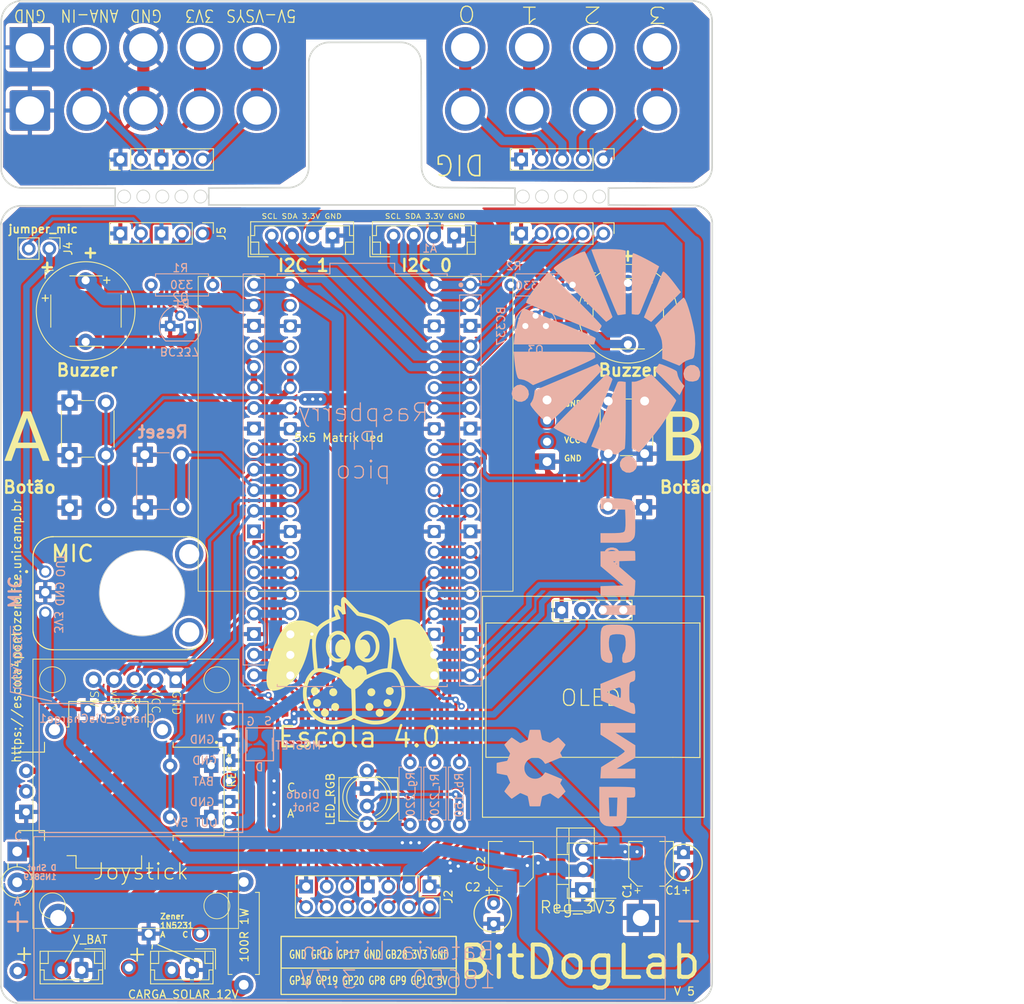
<source format=kicad_pcb>
(kicad_pcb (version 20221018) (generator pcbnew)
  (layers (0 "F.Cu" signal) (31 "B.Cu" signal) (34 "B.Paste" user) (35 "F.Paste" user) (36 "B.SilkS" user "B.Silkscreen") (37 "F.SilkS" user "F.Silkscreen") (38 "B.Mask" user) (39 "F.Mask" user) (44 "Edge.Cuts" user))
  (net 0 "")
  (net 1 "/GP0")
  (net 2 "/GP01")
  (net 3 "GNDREF")
  (net 4 "/GP02")
  (net 5 "/GP03")
  (net 6 "/GP04")
  (net 7 "/pino_07")
  (net 8 "/pino_09")
  (net 9 "/in")
  (net 10 "/GP08")
  (net 11 "/GP09")
  (net 12 "/GP10")
  (net 13 "/GP11")
  (net 14 "/GP12")
  (net 15 "/GP13")
  (net 16 "/pino_19")
  (net 17 "/pino_20")
  (net 18 "/GP16")
  (net 19 "/GP17")
  (net 20 "/GP18")
  (net 21 "/GP19")
  (net 22 "/GP20")
  (net 23 "/GP28")
  (net 24 "3.3_OUT")
  (net 25 "+3.3V")
  (net 26 "VSYS")
  (net 27 "VBUS")
  (net 28 "Net-(BT1-+)")
  (net 29 "Net-(BZ1-+)")
  (net 30 "Net-(BZ3-+)")
  (net 31 "Net-(D1-BA)")
  (net 32 "Net-(Q1-D)")
  (net 33 "Net-(Q2-B)")
  (net 34 "Net-(Q3-B)")
  (net 35 "3.3_OUT_EXT")
  (net 36 "/AGND_EXT")
  (net 37 "/GP28_EXT")
  (net 38 "/GP03_EXT")
  (net 39 "/GP02_EXT")
  (net 40 "/GP01_EXT")
  (net 41 "/GP0_EXT")
  (net 42 "/pino_27")
  (net 43 "/pino_29")
  (net 44 "/pino_30")
  (net 45 "/pino_31")
  (net 46 "/pino_32")
  (net 47 "/pino_37")
  (net 48 "Net-(J4-Pin_1)")
  (net 49 "Net-(D1-GA)")
  (net 50 "Net-(D1-RA)")
  (net 51 "Solar-in")
  (net 52 "Net-(D2-RA)")
  (net 53 "Net-(D2-BA)")
  (net 54 "Net-(D2-GA)")
  (net 55 "VSYS_EXT")
  (net 56 "Net-(Charge DisCharge1-OUT5V)")
  (footprint "Connector_Wire:SolderWire-2sqmm_1x02_P7.8mm_D2mm_OD3.9mm" (layer "F.Cu") (at 91.6915 45.7581 90)
    (fp_text reference "J7" hide)
    (fp_text value "GND")
  )
  (footprint "" (layer "F.Cu") (at 172.466 139.9648)
    (fp_text reference "")
    (fp_text value "")
  )
  (footprint "Connector_Wire:SolderWire-2sqmm_1x02_P7.8mm_D2mm_OD3.9mm" (layer "F.Cu") (at 153.3906 45.75175 90)
    (fp_text reference "J16" hide)
    (fp_text value "1")
  )
  (footprint "joystick:XDCR_COM-09032" (layer "F.Cu") (at 101.3968 129.8956 -90)
    (fp_text reference "REF**")
    (fp_text value "JOYSTICK")
  )
  (footprint "Connector_JST:JST_EH_B4B-EH-A_1x04_P2.50mm_Vertical" (layer "F.Cu") (at 136.6288 61.214)
    (fp_text reference "J101" hide)
    (fp_text value "JST_EH_B4B-EH-A_1x04_P2.50mm_Vertical" hide)
  )
  (footprint "Button_Switch_THT:SW_PUSH_6mm" (layer "F.Cu") (at 101.09 81.85 -90)
    (fp_text reference "SW2" hide)
    (fp_text value "Botão")
  )
  (footprint "" (layer "F.Cu") (at 172.466 137.4648)
    (fp_text reference "")
    (fp_text value "")
  )
  (footprint "Buzzer_Beeper:Buzzer_12x9.5RM7.6" (layer "F.Cu") (at 165.5975 67.07 -90)
    (fp_text reference "BZ3" hide)
    (fp_text value "Buzzer_B" hide)
  )
  (footprint "" (layer "F.Cu") (at 154.59 86.59)
    (fp_text reference "")
    (fp_text value "")
  )
  (footprint "Connector_PinHeader_2.54mm:PinHeader_1x05_P2.54mm_Vertical" (layer "F.Cu") (at 162.555 51.80965 -90)
    (fp_text reference "J13" hide)
    (fp_text value "Conn_01x05_Pin" hide)
  )
  (footprint "Connector_JST:JST_EH_B2B-EH-A_1x02_P2.50mm_Vertical" (layer "F.Cu") (at 111.7152 151.97 180)
    (fp_text reference "CARGA_SOLAR_12V")
    (fp_text value "solar" hide)
  )
  (footprint "Buzzer_Beeper:MagneticBuzzer_CUI_CMT-8504-100-SMT" (layer "F.Cu") (at 165.64 70.87)
    (fp_text reference "BZ4" hide)
    (fp_text value "Buzzer_B_SMD" hide)
  )
  (footprint "" (layer "F.Cu") (at 155.6 89.15)
    (fp_text reference "")
    (fp_text value "")
  )
  (footprint "Buzzer_Beeper:MagneticBuzzer_CUI_CMT-8504-100-SMT" (layer "F.Cu") (at 98.6225 70.5425)
    (fp_text reference "Buzzer")
    (fp_text value "Buzzer_A_SMD")
  )
  (footprint "" (layer "F.Cu") (at 167.5892 94.7928)
    (fp_text reference "")
    (fp_text value "")
  )
  (footprint "LED_THT:LED_D5.0mm-4_RGB_Wide_Pins" (layer "F.Cu") (at 133.35 127.381 -90)
    (fp_text reference "D2" hide)
    (fp_text value "LED_RAGB")
  )
  (footprint "matrix5x5:Ws2812_led_5050_rgb_5x5" (layer "F.Cu") (at 112.49 66.27)
    (fp_text reference "J14" hide)
    (fp_text value "5x5 Matrix led")
  )
  (footprint "" (layer "F.Cu") (at 154.59 81.51)
    (fp_text reference "")
    (fp_text value "")
  )
  (footprint "user_1063:MODULE_1063" (layer "F.Cu") (at 102.87 105.41 -90)
    (fp_text reference "U4" hide)
    (fp_text value "MIC")
  )
  (footprint "" (layer "F.Cu") (at 163.13 94.7)
    (fp_text reference "")
    (fp_text value "")
  )
  (footprint "" (layer "F.Cu") (at 155.6 84.06)
    (fp_text reference "")
    (fp_text value "")
  )
  (footprint "" (layer "F.Cu") (at 106.37 147.48)
    (fp_text reference "")
    (fp_text value "")
  )
  (footprint "Diode_THT:D_DO-15_P3.81mm_Vertical_KathodeUp" (layer "F.Cu") (at 90.12 137.325 -90)
    (fp_text reference "Diode Shottky" hide)
    (fp_text value "D_DO-15_P3.81mm_Vertical_KathodeUp" hide)
  )
  (footprint "Connector_Wire:SolderWire-2sqmm_1x02_P7.8mm_D2mm_OD3.9mm" (layer "F.Cu") (at 105.7123 45.7581 90)
    (fp_text reference "J9" hide)
    (fp_text value "GND")
  )
  (footprint "" (layer "F.Cu") (at 103.93 151.67)
    (fp_text reference "a102" hide)
    (fp_text value "")
  )
  (footprint "" (layer "F.Cu") (at 149.003687 146.247285 90)
    (fp_text reference "")
    (fp_text value "")
  )
  (footprint "" (layer "F.Cu") (at 90.17 152.08)
    (fp_text reference "")
    (fp_text value "")
  )
  (footprint "" (layer "F.Cu") (at 154.59 84.05)
    (fp_text reference "")
    (fp_text value "")
  )
  (footprint "Resistor_THT:R_Axial_DIN0411_L9.9mm_D3.6mm_P12.70mm_Horizontal" (layer "F.Cu") (at 118.12 153.8 90)
    (fp_text reference "R_1W" hide)
    (fp_text value "100" hide)
  )
  (footprint "Connector_Wire:SolderWire-2sqmm_1x02_P7.8mm_D2mm_OD3.9mm" (layer "F.Cu") (at 112.7227 45.7581 90)
    (fp_text reference "J10" hide)
    (fp_text value "3V3")
  )
  (footprint "" (layer "F.Cu") (at 155.6 81.53)
    (fp_text reference "")
    (fp_text value "")
  )
  (footprint "" (layer "F.Cu") (at 155.6 86.69)
    (fp_text reference "")
    (fp_text value "")
  )
  (footprint "Connector_PinHeader_2.54mm:PinHeader_2x07_P2.54mm_Vertical" (layer "F.Cu") (at 141.0716 141.6558 -90)
    (fp_text reference "J2")
    (fp_text value "conector_idc" hide)
  )
  (footprint "Connector_JST:JST_EH_B2B-EH-A_1x02_P2.50mm_Vertical" (layer "F.Cu") (at 98.07 151.97 180)
    (fp_text reference "V_BAT")
    (fp_text value "JST_EH_B2B-EH-A_1x02_P2.50mm_Vertical" hide)
  )
  (footprint "Downloads:logo bitDog 25mm" (layer "F.Cu") (at 131.7864 114.3)
    (fp_text reference "G1" hide)
    (fp_text value "LOGO" hide)
  )
  (footprint "" (layer "F.Cu") (at 96.59 94.84)
    (fp_text reference "")
    (fp_text value "")
  )
  (footprint "Capacitor_SMD:CP_Elec_5x5.9" (layer "F.Cu") (at 151.13 138.8509 90)
    (fp_text reference "C2")
    (fp_text value "C_Polarized_Small" hide)
  )
  (footprint "" (layer "F.Cu") (at 101.11 94.86)
    (fp_text reference "")
    (fp_text value "")
  )
  (footprint "Connector_PinHeader_2.54mm:PinHeader_1x02_P2.54mm_Vertical" (layer "F.Cu") (at 94.09 62.82 -90)
    (fp_text reference "J4")
    (fp_text value "jumper_mic")
  )
  (footprint "Connector_PinHeader_2.54mm:PinHeader_1x05_P2.54mm_Vertical" (layer "F.Cu") (at 162.555 60.96 -90)
    (fp_text reference "J12" hide)
    (fp_text value "Conn_01x05_Pin" hide)
  )
  (footprint "user_ky-023-joystick-module-1.snapshot.4:ky-023" (layer "F.Cu") (at 117.465 113.56 -90)
    (fp_text reference "J19" hide)
    (fp_text value "JOYSTICK")
  )
  (footprint "Connector_Wire:SolderWire-2sqmm_1x02_P7.8mm_D2mm_OD3.9mm" (layer "F.Cu") (at 169.1894 45.75175 90)
    (fp_text reference "J18" hide)
    (fp_text value "3")
  )
  (footprint "Connector_Wire:SolderWire-2sqmm_1x02_P7.8mm_D2mm_OD3.9mm" (layer "F.Cu") (at 145.4912 45.75175 90)
    (fp_text reference "J15" hide)
    (fp_text value "0")
  )
  (footprint "Buzzer_Beeper:Buzzer_12x9.5RM7.6" (layer "F.Cu") (at 98.58 66.7425 -90)
    (fp_text reference "BZ1" hide)
    (fp_text value "Buzzer_A")
  )
  (footprint "Package_TO_SOT_THT:TO-220-3_Vertical" (layer "F.Cu") (at 160.0708 142.0876 90)
    (fp_text reference "U1" hide)
    (fp_text value "3.3v_tht")
  )
  (footprint "Connector_Wire:SolderWire-2sqmm_1x02_P7.8mm_D2mm_OD3.9mm" (layer "F.Cu") (at 161.29 45.75175 90)
    (fp_text reference "J17" hide)
    (fp_text value "2")
  )
  (footprint "" (layer "F.Cu") (at 112.75 147.48)
    (fp_text reference "")
    (fp_text value "")
  )
  (footprint "Package_TO_SOT_SMD:SOT-223" (layer "F.Cu") (at 160.02 139.7 180)
    (fp_text reference "Reg_3V3")
    (fp_text value "3.3v_smd")
  )
  (footprint "" (layer "F.Cu") (at 154.57 89.13)
    (fp_text reference "")
    (fp_text value "")
  )
  (footprint "Connector_JST:JST_EH_B4B-EH-A_1x04_P2.50mm_Vertical" (layer "F.Cu") (at 121.5828 61.214)
    (fp_text reference "J100" hide)
    (fp_text value "JST_EH_B4B-EH-A_1x04_P2.50mm_Vertical" hide)
  )
  (footprint "" (layer "F.Cu") (at 149.003687 143.747285 90)
    (fp_text reference "")
    (fp_text value "")
  )
  (footprint "Button_Switch_THT:SW_PUSH_6mm" (layer "F.Cu") (at 163.16 88.16 90)
    (fp_text reference "SW3" hide)
    (fp_text value "Button_B" hide)
  )
  (footprint "Connector_Wire:SolderWire-2sqmm_1x02_P7.8mm_D2mm_OD3.9mm" (layer "F.Cu") (at 119.7331 45.7581 90)
    (fp_text reference "J11" hide)
    (fp_text value "5V-VSYS")
  )
  (footprint "user_SSD1306:128x64OLED" (layer "F.Cu") (at 161.0238 118.0928)
    (fp_text reference "OLED")
    (fp_text value "SSD1306")
  )
  (footprint "Capacitor_SMD:CP_Elec_5x5.9" (layer "F.Cu") (at 168.4588 138.8509 90)
    (fp_text reference "C1")
    (fp_text value "C_Polarized_Small" hide)
  )
  (footprint "Connector_PinHeader_2.54mm:PinHeader_1x05_P2.54mm_Vertical" (layer "F.Cu") (at 113.03 60.95 -90)
    (fp_text reference "J5")
    (fp_text value "Conn_01x05_Pin")
  )
  (footprint "Connector_PinHeader_2.54mm:PinHeader_1x05_P2.54mm_Vertical" (layer "F.Cu") (at 102.88 51.816 90)
    (fp_text reference "J6" hide)
    (fp_text value "Conn_01x05_Pin")
  )
  (footprint "Connector_Wire:SolderWire-2sqmm_1x02_P7.8mm_D2mm_OD3.9mm" (layer "F.Cu") (at 98.7019 45.7581 90)
    (fp_text reference "J8" hide)
    (fp_text value "ANA-IN")
  )
  (footprint "LED_SMD:LED_RGB_5050-6" (layer "F.Cu") (at 133.49 130.895)
    (fp_text reference "LED_RGB")
    (fp_text value "LED_RGB_SMD")
  )
  (footprint "Battery:BatteryHolder_MPD_BH-18650-PC2" (layer "B.Cu") (at 95.1992 145.542)
    (fp_text reference "BT1" hide)
    (fp_text value "Battery_Cell")
  )
  (footprint "Resistor_THT:R_Axial_DIN0207_L6.3mm_D2.5mm_P7.62mm_Horizontal" (layer "B.Cu") (at 138.684 133.985 90)
    (fp_text reference "Rg_220")
    (fp_text value "220")
  )
  (footprint "Button_Switch_THT:SW_PUSH_6mm" (layer "B.Cu") (at 110.39 94.8 90)
    (fp_text reference "SW1" hide)
    (fp_text value "Reset")
  )
  (footprint "LOGO" (layer "B.Cu") (at 153.67 127 -90)
    (fp_text reference "G3" hide)
    (fp_text value "LOGO" hide)
  )
  (footprint "Downloads:unicamp V2A" (layer "B.Cu") (at 163.689734 101.106913 -90)
    (fp_text reference "G2")
    (fp_text value "LOGO" hide)
  )
  (footprint "Package_TO_SOT_SMD:SOT-23-3" (layer "B.Cu") (at 120.0912 124.1099 -90)
    (fp_text reference "Q1" hide)
    (fp_text value "DMG2305UX-13" hide)
  )
  (footprint "Package_TO_SOT_THT:TO-92" (layer "B.Cu") (at 155.4592 72.39 180)
    (fp_text reference "Q3")
    (fp_text value "BC337")
  )
  (footprint "Resistor_THT:R_Axial_DIN0207_L6.3mm_D2.5mm_P7.62mm_Horizontal" (layer "B.Cu") (at 144.78 133.985 90)
    (fp_text reference "Rb_150")
    (fp_text value "150")
  )
  (footprint "Package_TO_SOT_THT:TO-92" (layer "B.Cu") (at 111.568 72.39 180)
    (fp_text reference "Q2")
    (fp_text value "BC337")
  )
  (footprint "Connector_PinHeader_2.54mm:PinHeader_1x20_P2.54mm_Vertical" (layer "B.Cu") (at 146.1262 67.2846 180)
    (fp_text reference "J1" hide)
    (fp_text value "Conn_01x20_Socket" hide)
  )
  (footprint "Resistor_THT:R_Axial_DIN0207_L6.3mm_D2.5mm_P7.62mm_Horizontal" (layer "B.Cu") (at 106.68 67.31)
    (fp_text reference "R1")
    (fp_text value "330")
  )
  (footprint "Resistor_THT:R_Axial_DIN0207_L6.3mm_D2.5mm_P7.62mm_Horizontal" (layer "B.Cu") (at 151.13 67.31)
    (fp_text reference "R2" hide)
    (fp_text value "330")
  )
  (footprint "user_HW775-main:Charger2A" (layer "B.Cu") (at 93.0329 119.2903)
    (fp_text reference "Charge_DisCharge1")
    (fp_text value "BAT (DIS)CHARGE")
  )
  (footprint "Connector_PinHeader_2.54mm:PinHeader_1x20_P2.54mm_Vertical" (layer "B.Cu") (at 119.38 115.5446)
    (fp_text reference "J3" hide)
    (fp_text value "Conn_01x20_Socket" hide)
  )
  (footprint "Resistor_THT:R_Axial_DIN0207_L6.3mm_D2.5mm_P7.62mm_Horizontal" (layer "B.Cu") (at 141.732 133.985 90)
    (fp_text reference "Rr_220")
    (fp_text value "220")
  )
  (footprint "user_Raspberry_Pi_Pico_W_Kicad_Files-main:MODULE_SC0918" (layer "B.Cu") (at 132.7674 91.44 180)
    (fp_text reference "A1")
    (fp_text value "SC0918")
  )
  (gr_line (start 89.281 117.602) (end 94.361 118.745) (stroke (width 0.15)) (layer "B.SilkS"))
  (gr_line (start 89.281 117.602) (end 89.281 109.474) (stroke (width 0.1)) (layer "B.SilkS"))
  (gr_rect (start 118.364 122.047) (end 121.793 126.111) (stroke (width 0.15)) (fill none) (layer "B.SilkS"))
  (gr_line (start 129.9 133.57) (end 130.99 133.595) (stroke (width 0.15)) (layer "F.SilkS"))
  (gr_rect (start 122.7328 147.828) (end 144.3736 154.9908) (stroke (width 0.15)) (fill none) (layer "F.SilkS"))
  (gr_line (start 135.99 133.595) (end 137.17 132.39) (stroke (width 0.15)) (layer "F.SilkS"))
  (gr_line (start 97.4344 148.6408) (end 96.0628 151.0284) (stroke (width 0.15)) (layer "F.SilkS"))
  (gr_circle (center 148.89 144.980974) (end 150.3632 146.758974) (stroke (width 0.15)) (fill none) (layer "F.SilkS"))
  (gr_line (start 137.14 128.22) (end 135.99 128.195) (stroke (width 0.15)) (layer "F.SilkS"))
  (gr_rect (start 122.7328 147.828) (end 144.3736 151.7396) (stroke (width 0.15)) (fill none) (layer "F.SilkS"))
  (gr_line (start 106.8324 148.8948) (end 106.7816 149.352) (stroke (width 0.15)) (layer "F.SilkS"))
  (gr_circle (center 172.466 138.7348) (end 173.9392 140.5128) (stroke (width 0.15)) (fill none) (layer "F.SilkS"))
  (gr_line (start 129.89 129.295) (end 129.9 133.57) (stroke (width 0.15)) (layer "F.SilkS"))
  (gr_line (start 107.4928 148.844) (end 112.776 151.0792) (stroke (width 0.15)) (layer "F.SilkS"))
  (gr_line (start 137.17 132.39) (end 137.14 128.22) (stroke (width 0.15)) (layer "F.SilkS"))
  (gr_line (start 137.501086 37.334245) (end 128.690914 37.341817) (stroke (width 0.2)) (layer "Edge.Cuts"))
  (gr_arc (start 88.0984 59.981437) (mid 88.866578 58.244128) (end 90.6272 57.531) (stroke (width 0.2)) (layer "Edge.Cuts"))
  (gr_arc (start 126.151638 52.753354) (mid 125.407697 54.549396) (end 123.611638 55.293354) (stroke (width 0.2)) (layer "Edge.Cuts"))
  (gr_arc (start 126.15086 39.881818) (mid 126.894821 38.08574) (end 128.690914 37.341817) (stroke (width 0.2)) (layer "Edge.Cuts"))
  (gr_line (start 90.6272 57.531) (end 102.235 57.531) (stroke (width 0.2)) (layer "Edge.Cuts"))
  (gr_arc (start 90.696049 55.330258) (mid 89.053836 54.743128) (end 88.156052 53.247946) (stroke (width 0.2)) (layer "Edge.Cuts"))
  (gr_circle (center 105.699 56.388) (end 106.499 56.388) (stroke (width 0.1)) (fill none) (layer "Edge.Cuts"))
  (gr_circle (center 154.975 56.388) (end 155.775 56.388) (stroke (width 0.1)) (fill none) (layer "Edge.Cuts"))
  (gr_arc (start 173.463949 32.202048) (mid 175.259987 32.946011) (end 176.003949 34.742048) (stroke (width 0.2)) (layer "Edge.Cuts"))
  (gr_line (start 173.463949 156.083) (end 90.486 156.092685) (stroke (width 0.2)) (layer "Edge.Cuts"))
  (gr_circle (center 108.058 56.388) (end 108.858 56.388) (stroke (width 0.1)) (fill none) (layer "Edge.Cuts"))
  (gr_line (start 173.463949 55.279946) (end 163.195 55.3466) (stroke (width 0.2)) (layer "Edge.Cuts"))
  (gr_arc (start 88.156051 34.742048) (mid 88.899987 32.945984) (end 90.696051 32.202048) (stroke (width 0.2)) (layer "Edge.Cuts"))
  (gr_arc (start 90.486 156.092685) (mid 88.825941 155.438344) (end 88.0984 153.809037) (stroke (width 0.2)) (layer "Edge.Cuts"))
  (gr_circle (center 112.776 56.388) (end 113.576 56.388) (stroke (width 0.1)) (fill none) (layer "Edge.Cuts"))
  (gr_circle (center 152.616 56.388) (end 153.416 56.388) (stroke (width 0.1)) (fill none) (layer "Edge.Cuts"))
  (gr_line (start 102.235 55.3466) (end 90.696049 55.330258) (stroke (width 0.2)) (layer "Edge.Cuts"))
  (gr_line (start 151.638 55.3466) (end 151.638 57.4294) (stroke (width 0.2)) (layer "Edge.Cuts"))
  (gr_circle (center 103.34 56.388) (end 104.14 56.388) (stroke (width 0.1)) (fill none) (layer "Edge.Cuts"))
  (gr_line (start 88.156052 53.247946) (end 88.156051 34.742048) (stroke (width 0.2)) (layer "Edge.Cuts"))
  (gr_arc (start 137.501086 37.334245) (mid 139.297101 38.078186) (end 140.041086 39.874182) (stroke (width 0.2)) (layer "Edge.Cuts"))
  (gr_line (start 176.003949 34.742048) (end 176.003949 52.739946) (stroke (width 0.2)) (layer "Edge.Cuts"))
  (gr_arc (start 173.8488 57.492237) (mid 175.431181 58.226471) (end 176.022 59.8678) (stroke (width 0.2)) (layer "Edge.Cuts"))
  (gr_line (start 126.15086 39.881818) (end 126.151638 52.753354) (stroke (width 0.2)) (layer "Edge.Cuts"))
  (gr_circle (center 105.551613 105.41) (end 110.8202 105.41) (stroke (width 0.1)) (fill none) (layer "Edge.Cuts"))
  (gr_line (start 151.638 55.3466) (end 142.630635 55.274348) (stroke (width 0.2)) (layer "Edge.Cuts"))
  (gr_line (start 163.195 55.3466) (end 163.195 57.4294) (stroke (width 0.2)) (layer "Edge.Cuts"))
  (gr_arc (start 176.003949 52.739946) (mid 175.259987 54.535985) (end 173.463949 55.279946) (stroke (width 0.2)) (layer "Edge.Cuts"))
  (gr_line (start 113.792 57.4294) (end 151.638 57.4294) (stroke (width 0.2)) (layer "Edge.Cuts"))
  (gr_circle (center 159.693 56.388) (end 160.493 56.388) (stroke (width 0.1)) (fill none) (layer "Edge.Cuts"))
  (gr_line (start 123.611638 55.293354) (end 113.792 55.3466) (stroke (width 0.2)) (layer "Edge.Cuts"))
  (gr_line (start 173.8488 57.492237) (end 163.195 57.4294) (stroke (width 0.2)) (layer "Edge.Cuts"))
  (gr_circle (center 110.417 56.388) (end 111.217 56.388) (stroke (width 0.1)) (fill none) (layer "Edge.Cuts"))
  (gr_circle (center 162.052 56.388) (end 162.852 56.388) (stroke (width 0.1)) (fill none) (layer "Edge.Cuts"))
  (gr_line (start 113.792 55.3466) (end 113.792 57.4294) (stroke (width 0.2)) (layer "Edge.Cuts"))
  (gr_line (start 176.022 59.8678) (end 176.003949 153.524963) (stroke (width 0.2)) (layer "Edge.Cuts"))
  (gr_arc (start 176.003949 153.524963) (mid 175.261068 155.327379) (end 173.463949 156.083) (stroke (width 0.2)) (layer "Edge.Cuts"))
  (gr_arc (start 142.630635 55.274348) (mid 140.834566 54.530402) (end 140.090635 52.734348) (stroke (width 0.2)) (layer "Edge.Cuts"))
  (gr_circle (center 157.334 56.388) (end 158.134 56.388) (stroke (width 0.1)) (fill none) (layer "Edge.Cuts"))
  (gr_line (start 88.0984 153.809037) (end 88.0984 59.981437) (stroke (width 0.2)) (layer "Edge.Cuts"))
  (gr_line (start 90.696051 32.202048) (end 173.463949 32.202048) (stroke (width 0.2)) (layer "Edge.Cuts"))
  (gr_line (start 140.090635 52.734348) (end 140.041086 39.874182) (stroke (width 0.2)) (layer "Edge.Cuts"))
  (gr_line (start 102.235 55.3466) (end 102.235 57.531) (stroke (width 0.2)) (layer "Edge.Cuts"))
  (gr_text "S" (at 121.1072 121.2088) (layer "B.SilkS") (effects (font (size 1 1)) (justify mirror)))
  (gr_text "Bateria Li-ion\n18650    3.7V" (at 137.16 151.384) (layer "B.SilkS") (effects (font (size 2.2 2.2)) (justify mirror)))
  (gr_text "GND" (at 113.284 126.0856) (layer "B.SilkS") (effects (font (size 1 1)) (justify mirror)))
  (gr_text "Diodo\nShot" (at 127.635 132.461) (layer "B.SilkS") (effects (font (size 1 1)) (justify left bottom mirror)))
  (gr_text "GND" (at 112.9792 131.2164) (layer "B.SilkS") (effects (font (size 1 1)) (justify mirror)))
  (gr_text "3V3\n" (at 95.1992 109 270) (layer "B.SilkS") (effects (font (size 1 1)) (justify mirror)))
  (gr_text "Raspberry\nPI\npico" (at 132.8928 86.614) (layer "B.SilkS") (effects (font (size 2.2 2.2)) (justify mirror)))
  (gr_text "D Shot\n1N5819" (at 95.07 140.88) (layer "B.SilkS") (effects (font (size 0.7 0.7)) (justify left bottom mirror)))
  (gr_text "GND\n" (at 95.4278 105.5 90) (layer "B.SilkS") (effects (font (size 1 1)) (justify mirror)))
  (gr_text "GND" (at 112.9792 123.4948) (layer "B.SilkS") (effects (font (size 1 1)) (justify mirror)))
  (gr_text "VIN" (at 113.3348 120.9548) (layer "B.SilkS") (effects (font (size 1 1)) (justify mirror)))
  (gr_text "lIGA/DESL." (at 89.535 117.475 -90) (layer "B.SilkS") (effects (font (size 1 1)) (justify left bottom mirror)))
  (gr_text "G" (at 118.9736 121.2596) (layer "B.SilkS") (effects (font (size 1 1)) (justify mirror)))
  (gr_text "+" (at 92.2528 147.5232) (layer "B.SilkS") (effects (font (size 3 3) (thickness 0.3) bold) (justify left bottom mirror)))
  (gr_text "OUT\n" (at 95.4278 102 270) (layer "B.SilkS") (effects (font (size 1 1)) (justify mirror)))
  (gr_text "BC337" (at 110.1852 75.5396 180) (layer "B.SilkS") (effects (font (size 1 1)) (justify mirror)))
  (gr_text "BAT" (at 113.1316 128.6764) (layer "B.SilkS") (effects (font (size 1 1)) (justify mirror)))
  (gr_text "D" (at 120.0404 126.8984) (layer "B.SilkS") (effects (font (size 1 1)) (justify mirror)))
  (gr_text "OUT 5V" (at 112.1664 133.7564) (layer "B.SilkS") (effects (font (size 1 1)) (justify mirror)))
  (gr_text "MOSFET" (at 124.841 124.206) (layer "B.SilkS") (effects (font (size 1 1)) (justify mirror)))
  (gr_text "C\n\n\n\n\nA" (at 89.64 144.08) (layer "B.SilkS") (effects (font (size 1 1)) (justify left bottom)))
  (gr_text "-" (at 175.1584 147.4724) (layer "B.SilkS") (effects (font (size 3 3) (thickness 0.3) bold) (justify left bottom mirror)))
  (gr_text "+      " (at 103.58 151.08) (layer "F.SilkS") (effects (font (size 2 2) (thickness 0.2)) (justify left bottom)))
  (gr_text "+" (at 172.0596 142.6464) (layer "F.SilkS") (effects (font (size 1 1)) (justify left bottom)))
  (gr_text "V 5" (at 171.196 155.194) (layer "F.SilkS") (effects (font (size 1 1)) (justify left bottom)))
  (gr_text "+" (at 98.044 64.135) (layer "F.SilkS") (effects (font (size 1.5 1.5) (thickness 0.3) bold) (justify left bottom)))
  (gr_text "+" (at 92.71 65.913) (layer "F.SilkS") (effects (font (size 1.5 1.5) (thickness 0.3) bold) (justify left bottom)))
  (gr_text "I2C 1" (at 122.174 65.786) (layer "F.SilkS") (effects (font (size 1.5 1.5) (thickness 0.3) bold) (justify left bottom)))
  (gr_text "GND GP16 GP17 GND GB28 3V3 GND\n\nGP18 GP19 GP20 GP8 GP9 GP10 5V" (at 123.6472 153.8732) (layer "F.SilkS") (effects (font (size 1 0.7)) (justify left bottom)))
  (gr_text "SCL SDA 3.3V GND" (at 135.509 59.182) (layer "F.SilkS") (effects (font (size 0.6 0.7) (thickness 0.1) bold) (justify left bottom)))
  (gr_text "+     " (at 89.62 151.02) (layer "F.SilkS") (effects (font (size 2 2) (thickness 0.2)) (justify left bottom)))
  (gr_text "Escola 4.0" (at 132.396 123.19) (layer "F.SilkS") (effects (font (size 2.5 2.5) (thickness 0.3))))
  (gr_text "+" (at 164.465 64.516) (layer "F.SilkS") (effects (font (size 1.5 1.5) (thickness 0.3) bold) (justify left bottom)))
  (gr_text "C\n\n\n\n\nA" (at 89.64 144.08) (layer "F.SilkS") (effects (font (size 1 1)) (justify left bottom)))
  (gr_text "B" (at 172.3644 86.5632) (layer "F.SilkS") (effects (font (size 6 6))))
  (gr_text "Joystick" (at 99.3648 140.97) (layer "F.SilkS") (effects (font (size 2 2)) (justify left bottom)))
  (gr_text "Zener\n1N5231\nA    C" (at 107.71 148.01) (layer "F.SilkS") (effects (font (size 0.7 0.7)) (justify left bottom)))
  (gr_text "+" (at 147.7264 142.6464) (layer "F.SilkS") (effects (font (size 1 1)) (justify left bottom)))
  (gr_text "BitDogLab             " (at 179.451 151.003) (layer "F.SilkS") (effects (font (size 4 4) (thickness 0.5))))
  (gr_text "SCL SDA 3.3V GND" (at 120.269 59.182) (layer "F.SilkS") (effects (font (size 0.6 0.7) (thickness 0.1) bold) (justify left bottom)))
  (gr_text "+" (at 159.131 66.167) (layer "F.SilkS") (effects (font (size 1.5 1.5) (thickness 0.3) bold) (justify left bottom)))
  (gr_text "I2C 0" (at 137.414 65.786) (layer "F.SilkS") (effects (font (size 1.5 1.5) (thickness 0.3) bold) (justify left bottom)))
  (gr_text "DIG" (at 144.78 52.451 180) (layer "F.SilkS") (effects (font (size 2.5 2.5) (thickness 0.2))))
  (gr_text "Botão" (at 172.7708 92.3036) (layer "F.SilkS") (effects (font (size 1.5 1.5) (thickness 0.3) bold)))
  (gr_text "https://escola4pontozero.fee.unicamp.br" (at 90.700759 126.466441 90) (layer "F.SilkS") (effects (font (size 1.1 1.05)) (justify left bottom)))
  (gr_text "A" (at 91.3384 86.5632) (layer "F.SilkS") (effects (font (size 6 6))))
  (gr_text "100R 1W" (at 118.78 151.12 90) (layer "F.SilkS") (effects (font (size 1 1)) (justify left bottom)))
  (gr_text "C\n\nA" (at 123.39 133.22) (layer "F.SilkS") (effects (font (size 1 1)) (justify left bottom)))
  (gr_text "MIC" (at 96.96 100.52) (layer "F.SilkS") (effects (font (size 2 2) (thickness 0.3) bold)))
  (gr_text "GND\n\nIN\n\nVCC\n\nGND\n" (at 157.6324 89.154) (layer "F.SilkS") (effects (font (size 0.7 0.7)) (justify left bottom)))
  (gr_text "C2" (at 146.4056 141.732) (layer "F.SilkS") (effects (font (size 1 1))))
  (gr_text "Buzzer" (at 165.735 77.851) (layer "F.SilkS") (effects (font (size 1.5 1.5) (thickness 0.3) bold)))
  (gr_text "C1" (at 171.196 142.1384) (layer "F.SilkS") (effects (font (size 1 1))))
  (segment (start 118.12 141.1) (end 117.368709 141.1) (width 2) (layer "F.Cu") (net 0))
  (segment (start 112.75 145.718709) (end 112.75 147.48) (width 2) (layer "F.Cu") (net 0))
  (segment (start 117.368709 141.1) (end 112.75 145.718709) (width 2) (layer "F.Cu") (net 0))
  (segment (start 90.155 141.1) (end 90.12 141.135) (width 2) (layer "B.Cu") (net 0))
  (segment (start 118.12 141.1) (end 90.155 141.1) (width 2) (layer "B.Cu") (net 0))
  (segment (start 146.1262 67.2846) (end 144.8743 67.2846) (width 0.4) (layer "B.Cu") (net 1))
  (segment (start 146.1008 67.31) (end 146.1262 67.2846) (width 1) (layer "B.Cu") (net 1))
  (segment (start 139.065 64.7176) (end 139.065 61.2778) (width 1) (layer "B.Cu") (net 1))
  (segment (start 154.7023 60.96) (end 154.935 60.96) (width 0.4) (layer "B.Cu") (net 1))
  (segment (start 146.1262 67.2846) (end 148.3777 67.2846) (width 0.4) (layer "B.Cu") (net 1))
  (segment (start 148.3777 67.2846) (end 154.7023 60.96) (width 0.4) (layer "B.Cu") (net 1))
  (segment (start 139.065 61.2778) (end 139.1288 61.214) (width 1) (layer "B.Cu") (net 1))
  (segment (start 141.6574 67.31) (end 139.065 64.7176) (width 1) (layer "B.Cu") (net 1))
  (segment (start 141.6574 67.31) (end 146.1008 67.31) (width 1) (layer "B.Cu") (net 1))
  (segment (start 141.6574 69.85) (end 141.6574 69.7754) (width 1) (layer "B.Cu") (net 2))
  (segment (start 146.1262 69.8246) (end 144.8743 69.8246) (width 0.4) (layer "B.Cu") (net 2))
  (segment (start 136.652 61.2372) (end 136.6288 61.214) (width 1) (layer "B.Cu") (net 2))
  (segment (start 136.652 64.77) (end 136.652 61.2372) (width 1) (layer "B.Cu") (net 2))
  (segment (start 155.7462 62.6888) (end 157.475 60.96) (width 0.4) (layer "B.Cu") (net 2))
  (segment (start 141.6574 69.85) (end 146.1008 69.85) (width 1) (layer "B.Cu") (net 2))
  (segment (start 153.9732 62.6888) (end 155.7462 62.6888) (width 0.4) (layer "B.Cu") (net 2))
  (segment (start 146.8374 69.8246) (end 153.9732 62.6888) (width 0.4) (layer "B.Cu") (net 2))
  (segment (start 146.1008 69.85) (end 146.1262 69.8246) (width 1) (layer "B.Cu") (net 2))
  (segment (start 146.1262 69.8246) (end 146.8374 69.8246) (width 0.4) (layer "B.Cu") (net 2))
  (segment (start 141.6574 69.7754) (end 136.652 64.77) (width 1) (layer "B.Cu") (net 2))
  (via (at 126.5428 110.4646) (size 0.8) (drill 0.4) (layers "F.Cu" "B.Cu") (net 3))
  (via (at 137.7188 136.2456) (size 0.8) (drill 0.4) (layers "F.Cu" "B.Cu") (net 3))
  (via (at 139.8016 136.2456) (size 0.8) (drill 0.4) (layers "F.Cu" "B.Cu") (net 3))
  (via (at 144.6276 139.1412) (size 0.8) (drill 0.4) (layers "F.Cu" "B.Cu") (net 3))
  (via (at 138.7602 136.2456) (size 0.8) (drill 0.4) (layers "F.Cu" "B.Cu") (net 3))
  (via (at 143.6878 139.7254) (size 0.8) (drill 0.4) (layers "F.Cu" "B.Cu") (net 3))
  (via (at 143.6116 138.7348) (size 0.8) (drill 0.4) (layers "F.Cu" "B.Cu") (net 3))
  (segment (start 146.1262 74.9046) (end 160.015 61.0158) (width 0.4) (layer "B.Cu") (net 4))
  (segment (start 129.921 64.389) (end 126.111 64.389) (width 1) (layer "B.Cu") (net 4))
  (segment (start 141.6574 74.93) (end 140.462 74.93) (width 1) (layer "B.Cu") (net 4))
  (segment (start 124.0828 62.3608) (end 124.0828 61.214) (width 1) (layer "B.Cu") (net 4))
  (segment (start 140.462 74.93) (end 129.921 64.389) (width 1) (layer "B.Cu") (net 4))
  (segment (start 146.1008 74.93) (end 146.1262 74.9046) (width 1) (layer "B.Cu") (net 4))
  (segment (start 141.6574 74.93) (end 146.1008 74.93) (width 1) (layer "B.Cu") (net 4))
  (segment (start 160.015 61.0158) (end 160.015 60.96) (width 0.4) (layer "B.Cu") (net 4))
  (segment (start 146.1262 74.9046) (end 144.8743 74.9046) (width 0.4) (layer "B.Cu") (net 4))
  (segment (start 126.111 64.389) (end 124.0828 62.3608) (width 1) (layer "B.Cu") (net 4))
  (segment (start 141.6574 77.47) (end 138.811 77.47) (width 1) (layer "B.Cu") (net 5))
  (segment (start 162.2492 60.96) (end 162.555 60.96) (width 0.4) (layer "B.Cu") (net 5))
  (segment (start 146.7358 77.4446) (end 151.8692 72.3112) (width 0.4) (layer "B.Cu") (net 5))
  (segment (start 125.984 66.548) (end 121.5828 62.1468) (width 1) (layer "B.Cu") (net 5))
  (segment (start 146.1008 77.47) (end 146.1262 77.4446) (width 1) (layer "B.Cu") (net 5))
  (segment (start 141.6574 77.47) (end 146.1008 77.47) (width 1) (layer "B.Cu") (net 5))
  (segment (start 138.811 77.47) (end 127.889 66.548) (width 1) (layer "B.Cu") (net 5))
  (segment (start 127.889 66.548) (end 125.984 66.548) (width 1) (layer "B.Cu") (net 5))
  (segment (start 146.1262 77.4446) (end 146.7358 77.4446) (width 0.4) (layer "B.Cu") (net 5))
  (segment (start 151.8692 71.34) (end 162.2492 60.96) (width 0.4) (layer "B.Cu") (net 5))
  (segment (start 151.8692 72.3112) (end 151.8692 71.34) (width 0.4) (layer "B.Cu") (net 5))
  (segment (start 146.1262 77.4446) (end 144.8743 77.4446) (width 0.4) (layer "B.Cu") (net 5))
  (segment (start 121.5828 62.1468) (end 121.5828 61.214) (width 1) (layer "B.Cu") (net 5))
  (segment (start 151.13 74.2766) (end 151.13 67.31) (width 0.4) (layer "F.Cu") (net 6))
  (segment (start 146.1262 78.7327) (end 146.6739 78.7327) (width 0.4) (layer "F.Cu") (net 6))
  (segment (start 146.1262 79.9846) (end 146.1262 78.7327) (width 0.4) (layer "F.Cu") (net 6))
  (segment (start 146.6739 78.7327) (end 151.13 74.2766) (width 0.4) (layer "F.Cu") (net 6))
  (segment (start 146.1008 80.01) (end 146.1262 79.9846) (width 1) (layer "B.Cu") (net 6))
  (segment (start 146.1262 79.9846) (end 144.8743 79.9846) (width 0.4) (layer "B.Cu") (net 6))
  (segment (start 141.6574 80.01) (end 146.1008 80.01) (width 1) (layer "B.Cu") (net 6))
  (segment (start 139.446 81.4324) (end 140.5398 81.4324) (width 0.7) (layer "F.Cu") (net 7))
  (segment (start 125.6792 81.4557) (end 139.4227 81.4557) (width 1.5) (layer "F.Cu") (net 7))
  (segment (start 139.4227 81.4557) (end 139.446 81.4324) (width 1.5) (layer "F.Cu") (net 7))
  (segment (start 140.5398 81.4324) (end 141.6574 82.55) (width 0.7) (layer "F.Cu") (net 7))
  (via (at 126.6444 81.4324) (size 0.8) (drill 0.4) (layers "F.Cu" "B.Cu") (net 7))
  (via (at 127.6096 81.4324) (size 0.8) (drill 0.4) (layers "F.Cu" "B.Cu") (net 7))
  (via (at 125.6792 81.4557) (size 0.8) (drill 0.4) (layers "F.Cu" "B.Cu") (net 7))
  (segment (start 101.09 88.35) (end 101.09 94.84) (width 0.4) (layer "B.Cu") (net 7))
  (segment (start 146.1262 82.5246) (end 146.1008 82.55) (width 1) (layer "B.Cu") (net 7))
  (segment (start 125.6792 81.4557) (end 127.5863 81.4557) (width 1.5) (layer "B.Cu") (net 7))
  (segment (start 127.4318 81.2546) (end 108.1854 81.2546) (width 0.4) (layer "B.Cu") (net 7))
  (segment (start 146.1008 82.55) (end 141.6574 82.55) (width 1) (layer "B.Cu") (net 7))
  (segment (start 101.09 88.35) (end 101.09 81.85) (width 0.4) (layer "B.Cu") (net 7))
  (segment (start 127.5863 81.4557) (end 127.6096 81.4324) (width 0.4) (layer "B.Cu") (net 7))
  (segment (start 127.6096 81.4324) (end 127.4318 81.2546) (width 0.4) (layer "B.Cu") (net 7))
  (segment (start 144.8743 82.5246) (end 146.1262 82.5246) (width 0.4) (layer "B.Cu") (net 7))
  (segment (start 101.09 94.84) (end 101.11 94.86) (width 0.4) (layer "B.Cu") (net 7))
  (segment (start 108.1854 81.2546) (end 101.09 88.35) (width 0.4) (layer "B.Cu") (net 7))
  (segment (start 148.4376 91.186) (end 160.134 91.186) (width 0.4) (layer "B.Cu") (net 8))
  (segment (start 160.134 91.186) (end 163.16 88.16) (width 0.4) (layer "B.Cu") (net 8))
  (segment (start 163.13 94.7) (end 163.13 88.19) (width 0.4) (layer "B.Cu") (net 8))
  (segment (start 146.1262 87.6046) (end 146.8882 87.6046) (width 0.4) (layer "B.Cu") (net 8))
  (segment (start 146.1008 87.63) (end 146.1262 87.6046) (width 1) (layer "B.Cu") (net 8))
  (segment (start 146.1262 87.6046) (end 144.8743 87.6046) (width 0.4) (layer "B.Cu") (net 8))
  (segment (start 163.13 88.19) (end 163.13 81.69) (width 0.4) (layer "B.Cu") (net 8))
  (segment (start 147.8788 90.6272) (end 148.4376 91.186) (width 0.4) (layer "B.Cu") (net 8))
  (segment (start 147.8788 88.5952) (end 147.8788 90.6272) (width 0.4) (layer "B.Cu") (net 8))
  (segment (start 141.6574 87.63) (end 146.1008 87.63) (width 1) (layer "B.Cu") (net 8))
  (segment (start 146.8882 87.6046) (end 147.8788 88.5952) (width 0.4) (layer "B.Cu") (net 8))
  (segment (start 146.3294 90.1446) (end 147.7772 88.6968) (width 0.8) (layer "F.Cu") (net 9))
  (segment (start 148.6032 84.01) (end 153.65 84.01) (width 0.8) (layer "F.Cu") (net 9))
  (segment (start 147.7772 84.836) (end 148.6032 84.01) (width 0.8) (layer "F.Cu") (net 9))
  (segment (start 146.1262 90.1446) (end 146.3294 90.1446) (width 0.8) (layer "F.Cu") (net 9))
  (segment (start 147.7772 88.6968) (end 147.7772 84.836) (width 0.8) (layer "F.Cu") (net 9))
  (segment (start 141.6574 90.17) (end 146.1008 90.17) (width 1) (layer "B.Cu") (net 9))
  (segment (start 146.1008 90.17) (end 146.1262 90.1446) (width 1) (layer "B.Cu") (net 9))
  (segment (start 134.366 144.0145) (end 134.366 144.018) (width 0.4) (layer "F.Cu") (net 10))
  (segment (start 144.8743 92.6861) (end 143.2539 94.3065) (width 0.4) (layer "F.Cu") (net 10))
  (segment (start 134.366 144.018) (end 134.1882 144.1958) (width 0.4) (layer "F.Cu") (net 10))
  (segment (start 146.1262 92.6846) (end 144.8743 92.6846) (width 0.4) (layer "F.Cu") (net 10))
  (segment (start 143.2539 94.3065) (end 143.5721 94.6247) (width 0.4) (layer "F.Cu") (net 10))
  (segment (start 144.8743 92.6846) (end 144.8743 92.6861) (width 0.4) (layer "F.Cu") (net 10))
  (segment (start 143.5721 118.2347) (end 143.256 118.5508) (width 0.4) (layer "F.Cu") (net 10))
  (segment (start 136.5021 142.9258) (end 135.4547 142.9258) (width 0.4) (layer "F.Cu") (net 10))
  (segment (start 137.2435 142.1844) (end 136.5021 142.9258) (width 0.4) (layer "F.Cu") (net 10))
  (segment (start 141.6574 92.71) (end 143.2539 94.3065) (width 0.4) (layer "F.Cu") (net 10))
  (segment (start 135.4547 142.9258) (end 134.366 144.0145) (width 0.4) (layer "F.Cu") (net 10))
  (segment (start 143.256 118.5508) (end 143.256 135.0312) (width 0.4) (layer "F.Cu") (net 10))
  (segment (start 143.5721 94.6247) (end 143.5721 118.2347) (width 0.4) (layer "F.Cu") (net 10))
  (segment (start 143.256 135.0312) (end 137.2435 141.0437) (width 0.4) (layer "F.Cu") (net 10))
  (segment (start 134.1882 144.1958) (end 133.4516 144.1958) (width 0.4) (layer "F.Cu") (net 10))
  (segment (start 137.2435 141.0437) (end 137.2435 142.1844) (width 0.4) (layer "F.Cu") (net 10))
  (segment (start 139.8016 140.6095) (end 140.7131 139.698) (width 0.4) (layer "F.Cu") (net 11))
  (segment (start 144.8054 117.3734) (end 144.8054 96.5962) (width 0.4) (layer "F.Cu") (net 11))
  (segment (start 144.8054 96.5962) (end 146.1262 95.2246) (width 0.4) (layer "F.Cu") (net 11))
  (segment (start 136.750628 143.5258) (end 137.350628 142.9258) (width 0.4) (layer "F.Cu") (net 11))
  (segment (start 136.6616 143.5258) (end 136.750628 143.5258) (width 0.4) (layer "F.Cu") (net 11))
  (segment (start 137.350628 142.9258) (end 139.0717 142.9258) (width 0.4) (layer "F.Cu") (net 11))
  (segment (start 135.9916 144.1958) (end 136.6616 143.5258) (width 0.4) (layer "F.Cu") (net 11))
  (segment (start 141.3784 139.698) (end 146.4056 134.6708) (width 0.4) (layer "F.Cu") (net 11))
  (segment (start 139.0717 142.9258) (end 139.8016 142.1959) (width 0.4) (layer "F.Cu") (net 11))
  (segment (start 140.7131 139.698) (end 141.3784 139.698) (width 0.4) (layer "F.Cu") (net 11))
  (segment (start 146.4056 134.6708) (end 146.4056 119.5536) (width 0.4) (layer "F.Cu") (net 11))
  (segment (start 146.4056 119.5536) (end 144.8054 117.3734) (width 0.4) (layer "F.Cu") (net 11))
  (segment (start 139.8016 142.1959) (end 139.8016 140.6095) (width 0.4) (layer "F.Cu") (net 11))
  (segment (start 146.1008 95.25) (end 146.1262 95.2246) (width 1) (layer "B.Cu") (net 11))
  (segment (start 141.6574 95.25) (end 146.1008 95.25) (width 1) (layer "B.Cu") (net 11))
  (segment (start 147.3793 101.5577) (end 146.1262 100.3046) (width 0.4) (layer "F.Cu") (net 12))
  (segment (start 142.0701 142.9257) (end 147.3793 137.6165) (width 0.4) (layer "F.Cu") (net 12))
  (segment (start 147.3793 137.6165) (end 147.3793 101.5577) (width 0.4) (layer "F.Cu") (net 12))
  (segment (start 139.0142 144.1958) (end 140.2843 142.9257) (width 0.4) (layer "F.Cu") (net 12))
  (segment (start 140.2843 142.9257) (end 142.0701 142.9257) (width 0.4) (layer "F.Cu") (net 12))
  (segment (start 138.5316 144.1958) (end 139.0142 144.1958) (width 0.4) (layer "F.Cu") (net 12))
  (segment (start 141.6574 100.33) (end 146.1008 100.33) (width 1) (layer "B.Cu") (net 12))
  (segment (start 146.1262 100.3046) (end 144.8743 100.3046) (width 0.4) (layer "B.Cu") (net 12))
  (segment (start 146.1008 100.33) (end 146.1262 100.3046) (width 1) (layer "B.Cu") (net 12))
  (segment (start 144.3295 118.607389) (end 144.3295 124.7126) (width 0.4) (layer "F.Cu") (net 13))
  (segment (start 144.3295 124.7126) (end 144.78 125.1631) (width 0.4) (layer "F.Cu") (net 13))
  (segment (start 144.78 125.1631) (end 144.78 126.365) (width 0.4) (layer "F.Cu") (net 13))
  (segment (start 144.296057 118.573946) (end 144.3295 118.607389) (width 0.4) (layer "F.Cu") (net 13))
  (via (at 144.296057 118.573946) (size 0.8) (drill 0.4) (layers "F.Cu" "B.Cu") (net 13))
  (via (at 145.034 119.38) (size 0.8) (drill 0.4) (layers "F.Cu" "B.Cu") (net 13))
  (segment (start 146.1008 102.87) (end 141.6574 102.87) (width 1) (layer "B.Cu") (net 13))
  (segment (start 144.296057 118.642057) (end 145.034 119.38) (width 0.4) (layer "B.Cu") (net 13))
  (segment (start 142.7914 118.4148) (end 140.3896 116.013) (width 0.4) (layer "B.Cu") (net 13))
  (segment (start 146.1262 102.8446) (end 146.1008 102.87) (width 1) (layer "B.Cu") (net 13))
  (segment (start 144.296057 118.573946) (end 144.296057 118.642057) (width 0.4) (layer "B.Cu") (net 13))
  (segment (start 144.296057 118.573946) (end 144.136911 118.4148) (width 0.4) (layer "B.Cu") (net 13))
  (segment (start 140.3896 104.1378) (end 141.6574 102.87) (width 0.4) (layer "B.Cu") (net 13))
  (segment (start 144.136911 118.4148) (end 142.7914 118.4148) (width 0.4) (layer "B.Cu") (net 13))
  (segment (start 140.3896 116.013) (end 140.3896 104.1378) (width 0.4) (layer "B.Cu") (net 13))
  (segment (start 142.9036 106.6981) (end 142.9036 117.845) (width 0.4) (layer "F.Cu") (net 14))
  (segment (start 142.9036 117.845) (end 141.732 119.0166) (width 0.4) (layer "F.Cu") (net 14))
  (segment (start 141.732 119.0166) (end 141.732 125.1631) (width 0.4) (layer "F.Cu") (net 14))
  (segment (start 141.732 126.365) (end 141.732 125.1631) (width 0.4) (layer "F.Cu") (net 14))
  (segment (start 141.6155 105.41) (end 142.9036 106.6981) (width 0.4) (layer "F.Cu") (net 14))
  (segment (start 146.1008 105.41) (end 146.1262 105.3846) (width 1) (layer "B.Cu") (net 14))
  (segment (start 141.6155 105.41) (end 146.1008 105.41) (width 1) (layer "B.Cu") (net 14))
  (segment (start 138.684 110.9234) (end 138.684 125.1631) (width 0.4) (layer "F.Cu") (net 15))
  (segment (start 138.684 126.365) (end 138.684 125.1631) (width 0.4) (layer "F.Cu") (net 15))
  (segment (start 141.6574 107.95) (end 138.684 110.9234) (width 0.4) (layer "F.Cu") (net 15))
  (segment (start 146.1008 107.95) (end 146.1262 107.9246) (width 1) (layer "B.Cu") (net 15))
  (segment (start 141.6574 107.95) (end 146.1008 107.95) (width 1) (layer "B.Cu") (net 15))
  (segment (start 153.3652 105.664) (end 154.6352 104.394) (width 0.7) (layer "B.Cu") (net 16))
  (segment (start 164.4327 107.4928) (end 165.0238 107.4928) (width 0.4) (layer "B.Cu") (net 16))
  (segment (start 141.6574 113.03) (end 146.1008 113.03) (width 1) (layer "B.Cu") (net 16))
  (segment (start 146.1008 113.03) (end 146.1262 113.0046) (width 1) (layer "B.Cu") (net 16))
  (segment (start 154.6352 104.394) (end 163.6776 104.394) (width 0.7) (layer "B.Cu") (net 16))
  (segment (start 153.3652 107.0175) (end 153.3652 105.664) (width 0.7) (layer "B.Cu") (net 16))
  (segment (start 146.1262 113.0046) (end 147.3781 113.0046) (width 0.7) (layer "B.Cu") (net 16))
  (segment (start 163.6776 104.394) (end 165.0238 105.7402) (width 0.7) (layer "B.Cu") (net 16))
  (segment (start 147.3781 113.0046) (end 153.3652 107.0175) (width 0.7) (layer "B.Cu") (net 16))
  (segment (start 165.0238 105.7402) (end 165.0238 107.4928) (width 0.7) (layer "B.Cu") (net 16))
  (segment (start 141.6574 115.57) (end 146.1008 115.57) (width 1) (layer "B.Cu") (net 17))
  (segment (start 146.1262 115.5446) (end 147.3781 115.5446) (width 0.4) (layer "B.Cu") (net 17))
  (segment (start 154.94 106.5784) (end 156.0576 105.4608) (width 0.7) (layer "B.Cu") (net 17))
  (segment (start 147.3781 115.5446) (end 154.94 107.9827) (width 0.7) (layer "B.Cu") (net 17))
  (segment (start 146.1008 115.57) (end 146.1262 115.5446) (width 1) (layer "B.Cu") (net 17))
  (segment (start 154.94 107.9827) (end 154.94 106.5784) (width 0.7) (layer "B.Cu") (net 17))
  (segment (start 156.0576 105.4608) (end 161.6456 105.4608) (width 0.7) (layer "B.Cu") (net 17))
  (segment (start 162.4838 106.299) (end 162.4838 107.4928) (width 0.7) (layer "B.Cu") (net 17))
  (segment (start 161.6456 105.4608) (end 162.4838 106.299) (width 0.7) (layer "B.Cu") (net 17))
  (segment (start 128.3716 141.6558) (end 128.3716 140.4039) (width 0.4) (layer "F.Cu") (net 18))
  (segment (start 127.1002 118.7928) (end 123.8774 115.57) (width 0.4) (layer "F.Cu") (net 18))
  (segment (start 127.1002 139.1325) (end 127.1002 118.7928) (width 0.4) (layer "F.Cu") (net 18))
  (segment (start 128.3716 140.4039) (end 127.1002 139.1325) (width 0.4) (layer "F.Cu") (net 18))
  (segment (start 119.4054 115.57) (end 123.8774 115.57) (width 1) (layer "B.Cu") (net 18))
  (segment (start 119.38 115.5446) (end 119.4054 115.57) (width 1) (layer "B.Cu") (net 18))
  (segment (start 127.7036 116.8562) (end 123.8774 113.03) (width 0.4) (layer "F.Cu") (net 19))
  (segment (start 130.9116 140.4039) (end 127.7036 137.1959) (width 0.4) (layer "F.Cu") (net 19))
  (segment (start 130.9116 141.6558) (end 130.9116 140.4039) (width 0.4) (layer "F.Cu") (net 19))
  (segment (start 127.7036 137.1959) (end 127.7036 116.8562) (width 0.4) (layer "F.Cu") (net 19))
  (segment (start 123.8774 113.03) (end 119.4054 113.03) (width 1) (layer "B.Cu") (net 19))
  (segment (start 119.4054 113.03) (end 119.38 113.0046) (width 1) (layer "B.Cu") (net 19))
  (segment (start 122.301 119.253) (end 122.301 122.301) (width 0.4) (layer "F.Cu") (net 20))
  (segment (start 125.095 125.095) (end 125.095 139.8924) (width 0.4) (layer "F.Cu") (net 20))
  (segment (start 124.5816 142.9458) (end 125.8316 144.1958) (width 0.4) (layer "F.Cu") (net 20))
  (segment (start 121.1685 118.0101) (end 121.1685 118.1205) (width 0.4) (layer "F.Cu") (net 20))
  (segment (start 124.5816 140.4058) (end 124.5816 142.9458) (width 0.4) (layer "F.Cu") (net 20))
  (segment (start 122.301 122.301) (end 125.095 125.095) (width 0.4) (layer "F.Cu") (net 20))
  (segment (start 121.1685 118.1205) (end 122.301 119.253) (width 0.4) (layer "F.Cu") (net 20))
  (segment (start 125.095 139.8924) (end 124.5816 140.4058) (width 0.4) (layer "F.Cu") (net 20))
  (via (at 121.1685 118.0101) (size 0.8) (drill 0.4) (layers "F.Cu" "B.Cu") (net 20))
  (segment (start 123.8774 107.95) (end 119.4054 107.95) (width 1) (layer "B.Cu") (net 20))
  (segment (start 120.6573 109.2019) (end 120.7516 111.4806) (width 0.4) (layer "B.Cu") (net 20))
  (segment (start 118.8331 111.7346) (end 118.1268 112.4409) (width 0.4) (layer "B.Cu") (net 20))
  (segment (start 120.7516 111.4806) (end 120.3198 111.7346) (width 0.4) (layer "B.Cu") (net 20))
  (segment (start 119.38 107.9246) (end 120.6573 109.2019) (width 0.4) (layer "B.Cu") (net 20))
  (segment (start 119.4054 107.95) (end 119.38 107.9246) (width 1) (layer "B.Cu") (net 20))
  (segment (start 119.38 107.9246) (end 120.6319 107.9246) (width 0.4) (layer "B.Cu") (net 20))
  (segment (start 120.3198 111.7346) (end 118.8331 111.7346) (width 0.4) (layer "B.Cu") (net 20))
  (segment (start 118.1268 116.085) (end 120.0519 118.0101) (width 0.4) (layer "B.Cu") (net 20))
  (segment (start 120.0519 118.0101) (end 121.1685 118.0101) (width 0.4) (layer "B.Cu") (net 20))
  (segment (start 118.1268 112.4409) (end 118.1268 116.085) (width 0.4) (layer "B.Cu") (net 20))
  (segment (start 127.1016 142.9258) (end 127.1016 140.2699) (width 0.4) (layer "F.Cu") (net 21))
  (segment (start 122.645 116.1509) (end 122.645 106.6424) (width 0.4) (layer "F.Cu") (net 21))
  (segment (start 128.3716 144.1958) (end 127.1016 142.9258) (width 0.4) (layer "F.Cu") (net 21))
  (segment (start 126.111 119.6169) (end 122.645 116.1509) (width 0.4) (layer "F.Cu") (net 21))
  (segment (start 122.645 106.6424) (end 123.8774 105.41) (width 0.4) (layer "F.Cu") (net 21))
  (segment (start 126.111 139.2793) (end 126.111 119.6169) (width 0.4) (layer "F.Cu") (net 21))
  (segment (start 127.1016 140.2699) (end 126.111 139.2793) (width 0.4) (layer "F.Cu") (net 21))
  (segment (start 123.8774 105.41) (end 119.4054 105.41) (width 1) (layer "B.Cu") (net 21))
  (segment (start 119.4054 105.41) (end 119.38 105.3846) (width 1) (layer "B.Cu") (net 21))
  (segment (start 128.4581 107.4507) (end 128.4581 135.2764) (width 0.4) (layer "F.Cu") (net 22))
  (segment (start 132.1816 142.9258) (end 130.9116 144.1958) (width 0.4) (layer "F.Cu") (net 22))
  (segment (start 128.4581 135.2764) (end 132.1816 138.9999) (width 0.4) (layer "F.Cu") (net 22))
  (segment (start 123.8774 102.87) (end 128.4581 107.4507) (width 0.4) (layer "F.Cu") (net 22))
  (segment (start 132.1816 138.9999) (end 132.1816 142.9258) (width 0.4) (layer "F.Cu") (net 22))
  (segment (start 123.8774 102.87) (end 120.6573 102.87) (width 1) (layer "B.Cu") (net 22))
  (segment (start 119.38 102.8446) (end 120.6319 102.8446) (width 0.4) (layer "B.Cu") (net 22))
  (segment (start 120.6573 102.87) (end 120.6319 102.8446) (width 0.4) (layer "B.Cu") (net 22))
  (segment (start 135.9916 141.6558) (end 135.9916 140.4039) (width 0.4) (layer "F.Cu") (net 23))
  (segment (start 129.1911 133.6034) (end 135.9916 140.4039) (width 0.4) (layer "F.Cu") (net 23))
  (segment (start 107.5944 68.58) (end 107.5944 73.3552) (width 0.4) (layer "F.Cu") (net 23))
  (segment (start 105.41 62.2019) (end 107.9998 64.7917) (width 0.4) (layer "F.Cu") (net 23))
  (segment (start 116.7638 82.5246) (end 119.38 82.5246) (width 0.4) (layer "F.Cu") (net 23))
  (segment (start 107.9998 68.1746) (end 107.5944 68.58) (width 0.4) (layer "F.Cu") (net 23))
  (segment (start 129.1911 87.8637) (end 129.1911 133.6034) (width 0.4) (layer "F.Cu") (net 23))
  (segment (start 123.8774 82.55) (end 129.1911 87.8637) (width 0.4) (layer "F.Cu") (net 23))
  (segment (start 105.41 60.95) (end 105.41 62.2019) (width 0.4) (layer "F.Cu") (net 23))
  (segment (start 107.9998 64.7917) (end 107.9998 68.1746) (width 0.4) (layer "F.Cu") (net 23))
  (segment (start 107.5944 73.3552) (end 116.7638 82.5246) (width 0.4) (layer "F.Cu") (net 23))
  (segment (start 91.55 62.1) (end 91.55 62.82) (width 0.4) (layer "B.Cu") (net 23))
  (segment (start 104.45 59.15) (end 94.5 59.15) (width 0.4) (layer "B.Cu") (net 23))
  (segment (start 119.38 82.5246) (end 120.6319 82.5246) (width 0.4) (layer "B.Cu") (net 23))
  (segment (start 104.94 60.48) (end 104.94 59.64) (width 0.4) (layer "B.Cu") (net 23))
  (segment (start 119.4054 82.55) (end 119.38 82.5246) (width 1) (layer "B.Cu") (net 23))
  (segment (start 105.41 60.95) (end 104.94 60.48) (width 0.4) (layer "B.Cu") (net 23))
  (segment (start 104.94 59.64) (end 104.45 59.15) (width 0.4) (layer "B.Cu") (net 23))
  (segment (start 123.8774 82.55) (end 119.4054 82.55) (width 1) (layer "B.Cu") (net 23))
  (segment (start 94.5 59.15) (end 91.55 62.1) (width 0.4) (layer "B.Cu") (net 23))
  (segment (start 119.38 79.9846) (end 120.8319 79.9846) (width 0.8) (layer "F.Cu") (net 24))
  (segment (start 124.342 121.3268) (end 124.342 120.2915) (width 0.8) (layer "F.Cu") (net 24))
  (segment (start 121.8126 82.0748) (end 121.8126 116.525) (width 0.8) (layer "F.Cu") (net 24))
  (segment (start 119.38 77.4446) (end 119.38 79.9846) (width 0.8) (layer "F.Cu") (net 24))
  (segment (start 124.3076 121.3612) (end 124.342 121.3268) (width 0.8) (layer "F.Cu") (net 24))
  (segment (start 91.2368 127.3556) (end 96.012 127.3556) (width 0.8) (layer "F.Cu") (net 24))
  (segment (start 107.18 116.2057) (end 108.7374 118.2624) (width 0.8) (layer "F.Cu") (net 24))
  (segment (start 122.3674 81.52) (end 120.8319 79.9846) (width 0.8) (layer "F.Cu") (net 24))
  (segment (start 121.7106 117.0082) (end 124.3401 119.6377) (width 0.8) (layer "F.Cu") (net 24))
  (segment (start 123.8774 77.47) (end 123.8774 80.01) (width 0.8) (layer "F.Cu") (net 24))
  (segment (start 121.7106 116.627) (end 121.7106 117.0082) (width 0.8) (layer "F.Cu") (net 24))
  (segment (start 121.8126 116.525) (end 121.7106 116.627) (width 0.8) (layer "F.Cu") (net 24))
  (segment (start 118.3894 118.2624) (end 120.7536 117.0082) (width 0.8) (layer "F.Cu") (net 24))
  (segment (start 96.012 127.3556) (end 103.9368 119.7356) (width 0.8) (layer "F.Cu") (net 24))
  (segment (start 108.7374 118.2624) (end 118.3894 118.2624) (width 0.8) (layer "F.Cu") (net 24))
  (segment (start 110.49 68.5546) (end 110.49 60.95) (width 0.8) (layer "F.Cu") (net 24))
  (segment (start 119.38 77.4446) (end 110.49 68.5546) (width 0.8) (layer "F.Cu") (net 24))
  (segment (start 120.7536 117.0082) (end 121.7106 117.0082) (width 0.8) (layer "F.Cu") (net 24))
  (segment (start 103.9368 119.7356) (end 107.18 116.1) (width 0.8) (layer "F.Cu") (net 24))
  (segment (start 123.8774 80.01) (end 122.3674 81.52) (width 0.8) (layer "F.Cu") (net 24))
  (segment (start 107.18 116.1) (end 107.18 116.2057) (width 0.8) (layer "F.Cu") (net 24))
  (segment (start 122.3674 81.52) (end 121.8126 82.0748) (width 0.8) (layer "F.Cu") (net 24))
  (segment (start 124.342 120.2915) (end 124.3401 120.2896) (width 0.8) (layer "F.Cu") (net 24))
  (segment (start 124.3401 119.6377) (end 124.3401 120.2896) (width 0.8) (layer "F.Cu") (net 24))
  (segment (start 123.3932 121.3612) (end 124.3076 121.3612) (width 0.8) (layer "F.Cu") (net 24))
  (via (at 124.3584 121.3104) (size 0.8) (drill 0.4) (layers "F.Cu" "B.Cu") (net 24))
  (via (at 123.3932 121.3612) (size 0.8) (drill 0.4) (layers "F.Cu" "B.Cu") (net 24))
  (via (at 124.3401 120.2896) (size 0.8) (drill 0.4) (layers "F.Cu" "B.Cu") (net 24))
  (segment (start 144.619786 120.38) (end 149.0124 120.38) (width 0.8) (layer "B.Cu") (net 24))
  (segment (start 124.3401 120.2896) (end 124.3401 121.2921) (width 0.8) (layer "B.Cu") (net 24))
  (segment (start 124.3957 120.3452) (end 144.584986 120.3452) (width 0.8) (layer "B.Cu") (net 24))
  (segment (start 123.3932 121.3612) (end 124.3076 121.3612) (width 0.8) (layer "B.Cu") (net 24))
  (segment (start 124.3401 120.2896) (end 124.3957 120.3452) (width 0.8) (layer "B.Cu") (net 24))
  (segment (start 144.584986 120.3452) (end 144.619786 120.38) (width 0.8) (layer "B.Cu") (net 24))
  (segment (start 159.9438 109.4486) (end 159.9438 107.4928) (width 0.8) (layer "B.Cu") (net 24))
  (segment (start 149.0124 120.38) (end 159.9438 109.4486) (width 0.8) (layer "B.Cu") (net 24))
  (segment (start 124.3076 121.3612) (end 124.3584 121.3104) (width 0.8) (layer "B.Cu") (net 24))
  (segment (start 124.3401 121.2921) (end 124.3584 121.3104) (width 0.8) (layer "B.Cu") (net 24))
  (segment (start 159.854 139.7) (end 156.87 139.7) (width 1.5) (layer "F.Cu") (net 25))
  (segment (start 154.3254 138.5658) (end 154.502 138.7424) (width 1.5) (layer "F.Cu") (net 25))
  (segment (start 151.13 141.0509) (end 149.5651 141.0509) (width 1.5) (layer "F.Cu") (net 25))
  (segment (start 159.854 139.7) (end 163.17 139.7) (width 1.5) (layer "F.Cu") (net 25))
  (segment (start 151.13 141.0509) (end 151.13 142.2508) (width 1.5) (layer "F.Cu") (net 25))
  (segment (start 154.3254 138.5658) (end 153.6151 138.5658) (width 1.5) (layer "F.Cu") (net 25))
  (segment (start 153.6151 138.5658) (end 151.13 141.0509) (width 1.5) (layer "F.Cu") (net 25))
  (segment (start 149.003687 141.612313) (end 149.003687 143.747285) (width 1.5) (layer "F.Cu") (net 25))
  (segment (start 149.5651 141.0509) (end 149.003687 141.612313) (width 1.5) (layer "F.Cu") (net 25))
  (via (at 153.162 139.065) (size 0.8) (drill 0.4) (layers "F.Cu" "B.Cu") (net 25))
  (via (at 154.502 138.7424) (size 0.8) (drill 0.4) (layers "F.Cu" "B.Cu") (net 25))
  (segment (start 153.162 147.447) (end 158.623 152.908) (width 2) (layer "B.Cu") (net 25))
  (segment (start 157.4233 139.2212) (end 157.9021 139.7) (width 1.5) (layer "B.Cu") (net 25))
  (segment (start 126.5828 60.3612) (end 126.5828 61.214) (width 1.5) (layer "B.Cu") (net 25))
  (segment (start 158.623 152.908) (end 171.958 152.908) (width 2) (layer "B.Cu") (net 25))
  (segment (start 174.5676 150.2984) (end 174.5676 135.4008) (width 1.8) (layer "B.Cu") (net 25))
  (segment (start 95.504 120.1928) (end 93.599 118.2878) (width 1.2) (layer "B.Cu") (net 25))
  (segment (start 154.502 138.7424) (end 154.502 139.2212) (width 2) (layer "B.Cu") (net 25))
  (segment (start 173.736 62.103) (end 170.434 58.801) (width 1.5) (layer "B.Cu") (net 25))
  (segment (start 138.5316 141.6558) (end 138.5316 139.7) (width 1.5) (layer "B.Cu") (net 25))
  (segment (start 138.5316 139.7) (end 141.9098 137.0584) (width 1.5) (layer "B.Cu") (net 25))
  (segment (start 141.732 58.801) (end 141.732 61.1108) (width 1.5) (layer "B.Cu") (net 25))
  (segment (start 159.854 139.7) (end 157.9021 139.7) (width 1.5) (layer "B.Cu") (net 25))
  (segment (start 174.5676 135.4008) (end 173.6344 134.4676) (width 2) (layer "B.Cu") (net 25))
  (segment (start 171.958 152.908) (end 174.5676 150.2984) (width 2) (layer "B.Cu") (net 25))
  (segment (start 128.143 58.801) (end 126.5828 60.3612) (width 1.5) (layer "B.Cu") (net 25))
  (segment (start 139.897022 138.093622) (end 111.118822 138.093622) (width 1.5) (layer "B.Cu") (net 25))
  (segment (start 141.9098 137.0584) (end 154.502 139.2212) (width 1.5) (layer "B.Cu") (net 25))
  (segment (start 141.732 61.1108) (end 141.6288 61.214) (width 1.5) (layer "B.Cu") (net 25))
  (segment (start 96.8756 123.8504) (end 96.8756 120.1928) (width 1.2) (layer "B.Cu") (net 25))
  (segment (start 154.502 139.2212) (end 157.4233 139.2212) (width 1.5) (layer "B.Cu") (net 25))
  (segment (start 93.599 118.2878) (end 93.599 107.823) (width 1.5) (layer "B.Cu") (net 25))
  (segment (start 170.434 58.801) (end 141.732 58.801) (width 1.5) (layer "B.Cu") (net 25))
  (segment (start 96.8756 120.1928) (end 95.504 120.1928) (width 1.2) (layer "B.Cu") (net 25))
  (segment (start 173.6344 134.4676) (end 173.6344 62.2046) (width 2) (layer "B.Cu") (net 25))
  (segment (start 153.162 139.065) (end 153.162 147.447) (width 2) (layer "B.Cu") (net 25))
  (segment (start 141.732 58.801) (end 128.143 58.801) (width 1.5) (layer "B.Cu") (net 25))
  (segment (start 111.118822 138.093622) (end 96.8756 123.8504) (width 1.5) (layer "B.Cu") (net 25))
  (segment (start 148.336 63.119) (end 148.336 60.071) (width 1.5) (layer "F.Cu") (net 26))
  (segment (start 116.05 67.696681) (end 118.177919 69.8246) (width 1.5) (layer "F.Cu") (net 26))
  (segment (start 150.6974 65.4804) (end 148.336 63.119) (width 1.5) (layer "F.Cu") (net 26))
  (segment (start 162.2025 69.0903) (end 161.6 69.6928) (width 1.5) (layer "F.Cu") (net 26))
  (segment (start 116.05 61.115) (end 116.05 67.696681) (width 1.5) (layer "F.Cu") (net 26))
  (segment (start 168.4588 141.0509) (end 171.4307 141.0509) (width 1.5) (layer "F.Cu") (net 26))
  (segment (start 165.2524 137.3632) (end 165.2892 137.4) (width 1.5) (layer "F.Cu") (net 26))
  (segment (start 151.257 65.4804) (end 154.3859 65.4804) (width 1.5) (layer "F.Cu") (net 26))
  (segment (start 166.7316 139.3236) (end 168.4588 141.0509) (width 1.5) (layer "F.Cu") (net 26))
  (segment (start 165.2156 137.4) (end 163.17 137.4) (width 1.5) (layer "F.Cu") (net 26))
  (segment (start 168.3004 110.49) (end 166.7801 112.0103) (width 1.5) (layer "F.Cu") (net 26))
  (segment (start 158.6019 69.6964) (end 158.6019 86.55) (width 1.5) (layer "F.Cu") (net 26))
  (segment (start 165.66 67.01) (end 162.5025 67.01) (width 1.5) (layer "F.Cu") (net 26))
  (segment (start 158.6055 69.6928) (end 161.6 69.6928) (width 1.5) (layer "F.Cu") (net 26))
  (segment (start 147.066 58.801) (end 118.364 58.801) (width 1.5) (layer "F.Cu") (net 26))
  (segment (start 124.714 146.431) (end 141.0716 146.431) (width 1.5) (layer "F.Cu") (net 26))
  (segment (start 116.215 60.95) (end 118.364 58.801) (width 1.5) (layer "F.Cu") (net 26))
  (segment (start 166.7801 134.3969) (end 166.6765 134.5005) (width 1.5) (layer "F.Cu") (net 26))
  (segment (start 154.3859 65.4804) (end 158.6019 69.6964) (width 1.5) (layer "F.Cu") (net 26))
  (segment (start 171.4307 141.0509) (end 172.5676 139.914) (width 1.5) (layer "F.Cu") (net 26))
  (segment (start 158.64 94.7336) (end 168.3004 104.394) (width 1.5) (layer "F.Cu") (net 26))
  (segment (start 162.2025 67.31) (end 162.2025 69.0903) (width 1.5) (layer "F.Cu") (net 26))
  (segment (start 118.177919 69.8246) (end 119.38 69.8246) (width 1.5) (layer "F.Cu") (net 26))
  (segment (start 118.364 58.801) (end 116.05 61.115) (width 1.5) (layer "F.Cu") (net 26))
  (segment (start 165.2892 137.4) (end 166.5355 137.4) (width 1.5) (layer "F.Cu") (net 26))
  (segment (start 166.6765 134.5005) (end 166.6765 137.541) (width 1.5) (layer "F.Cu") (net 26))
  (segment (start 141.0716 146.431) (end 141.0716 144.1958) (width 1.5) (layer "F.Cu") (net 26))
  (segment (start 158.64 86.5881) (end 158.64 94.7336) (width 1.5) (layer "F.Cu") (net 26))
  (segment (start 166.6765 139.2686) (end 166.7316 139.3236) (width 1.5) (layer "F.Cu") (net 26))
  (segment (start 166.6765 137.541) (end 166.6765 139.2686) (width 1.5) (layer "F.Cu") (net 26))
  (segment (start 166.5355 137.4) (end 166.6765 137.541) (width 1.5) (layer "F.Cu") (net 26))
  (segment (start 121.87 127.8) (end 121.87 143.587) (width 1.5) (layer "F.Cu") (net 26))
  (segment (start 166.7801 112.0103) (end 166.7801 134.3969) (width 1.5) (layer "F.Cu") (net 26))
  (segment (start 98.58 66.7425) (end 98.2665 67.056) (width 1.5) (layer "F.Cu") (net 26))
  (segment (start 113.03 60.95) (end 116.215 60.95) (width 1.5) (layer "F.Cu") (net 26))
  (segment (start 119.38 69.8246) (end 123.852 69.8246) (width 1.5) (layer "F.Cu") (net 26))
  (segment (start 153.65 86.55) (end 158.6019 86.55) (width 1.5) (layer "F.Cu") (net 26))
  (segment (start 98.2665 67.056) (end 95.7815 67.056) (width 1.5) (layer "F.Cu") (net 26))
  (segment (start 158.6019 86.55) (end 158.64 86.5881) (width 1.5) (layer "F.Cu") (net 26))
  (segment (start 158.6019 69.6964) (end 158.6055 69.6928) (width 1.5) (layer "F.Cu") (net 26))
  (segment (start 151.257 65.4804) (end 150.6974 65.4804) (width 1.5) (layer "F.Cu") (net 26))
  (segment (start 121.87 143.587) (end 124.714 146.431) (width 1.5) (layer "F.Cu") (net 26))
  (segment (start 148.336 60.071) (end 147.066 58.801) (width 1.5) (layer "F.Cu") (net 26))
  (segment (start 162.5025 67.01) (end 162.2025 67.31) (width 1.5) (layer "F.Cu") (net 26))
  (segment (start 168.3004 104.394) (end 168.3004 110.49) (width 1.5) (layer "F.Cu") (net 26))
  (segment (start 123.852 69.8246) (end 123.8774 69.85) (width 1.5) (layer "F.Cu") (net 26))
  (segment (start 165.2524 137.3632) (end 165.2156 137.4) (width 1.5) (layer "F.Cu") (net 26))
  (via (at 121.87 131.5) (size 0.8) (drill 0.4) (layers "F.Cu" "B.Cu") (net 26))
  (via (at 121.87 130.05) (size 0.8) (drill 0.4) (layers "F.Cu" "B.Cu") (net 26))
  (via (at 121.87 132.95) (size 0.8) (drill 0.4) (layers "F.Cu" "B.Cu") (net 26))
  (via (at 121.87 128.6) (size 0.8) (drill 0.4) (layers "F.Cu" "B.Cu") (net 26))
  (via (at 165.2524 137.3632) (size 0.8) (drill 0.4) (layers "F.Cu" "B.Cu") (net 26))
  (via (at 166.7256 137.3632) (size 0.8) (drill 0.4) (layers "F.Cu" "B.Cu") (net 26))
  (segment (start 121.7912 123.7224) (end 121.0412 122.9724) (width 1.5) (layer "B.Cu") (net 26))
  (segment (start 100.9045 69.067) (end 116.8205 69.067) (width 1.5) (layer "B.Cu") (net 26))
  (segment (start 165.1 137.2108) (end 160.274 137.2108) (width 1.5) (layer "B.Cu") (net 26))
  (segment (start 165.2524 137.3632) (end 166.7256 137.3632) (width 1.5) (layer "B.Cu") (net 26))
  (segment (start 160.274 137.2108) (end 160.0708 137.0076) (width 1.5) (layer "B.Cu") (net 26))
  (segment (start 163.8154 135.3966) (end 151.3912 122.9724) (width 1.5) (layer "B.Cu") (net 26))
  (segment (start 151.3912 122.9724) (end 121.0412 122.9724) (width 1.5) (layer "B.Cu") (net 26))
  (segment (start 165.2524 137.3632) (end 165.1 137.2108) (width 1.5) (layer "B.Cu") (net 26))
  (segment (start 121.7912 134.0488) (end 121.7912 123.7224) (width 1.5) (layer "B.Cu") (net 26))
  (segment (start 98.5935 66.756) (end 100.9045 69.067) (width 1.5) (layer "B.Cu") (net 26))
  (segment (start 163.8154 137.2508) (end 163.8154 135.3966) (width 1.5) (layer "B.Cu") (net 26))
  (segment (start 117.5781 69.8246) (end 119.38 69.8246) (width 1.5) (layer "B.Cu") (net 26))
  (segment (start 116.8205 69.067) (end 117.5781 69.8246) (width 1.5) (layer "B.Cu") (net 26))
  (segment (start 99.239 66.756) (end 98.5935 66.756) (width 1.5) (layer "B.Cu") (net 26))
  (segment (start 114.6779 120.9921) (end 111.05 124.62) (width 1.5) (layer "F.Cu") (net 27))
  (segment (start 116.2866 120.9921) (end 114.6779 120.9921) (width 1.5) (layer "F.Cu") (net 27))
  (segment (start 93.425 137.325) (end 90.12 137.325) (width 1.5) (layer "F.Cu") (net 27))
  (segment (start 106.13 124.62) (end 93.425 137.325) (width 1.5) (layer "F.Cu") (net 27))
  (segment (start 111.05 124.62) (end 106.13 124.62) (width 1.5) (layer "F.Cu") (net 27))
  (segment (start 123.8774 67.31) (end 123.852 67.2846) (width 1.5) (layer "B.Cu") (net 27))
  (segment (start 129.7432 114.7318) (end 129.7432 71.3994) (width 1.5) (layer "B.Cu") (net 27))
  (segment (start 129.7432 71.3994) (end 123.8774 67.31) (width 1.5) (layer "B.Cu") (net 27))
  (segment (start 120.9636 120.9921) (end 129.7432 114.7318) (width 1.5) (layer "B.Cu") (net 27))
  (segment (start 119.1412 120.9921) (end 120.9636 120.9921) (width 1.5) (layer "B.Cu") (net 27))
  (segment (start 119.1412 120.9921) (end 116.2866 120.9921) (width 1.5) (layer "B.Cu") (net 27))
  (segment (start 123.852 67.2846) (end 119.38 67.2846) (width 1.5) (layer "B.Cu") (net 27))
  (segment (start 119.1412 120.9921) (end 119.1412 122.9724) (width 1.5) (layer "B.Cu") (net 27))
  (segment (start 95.57 151.97) (end 90.28 151.97) (width 1.5) (layer "F.Cu") (net 28))
  (segment (start 90.28 151.97) (end 90.17 152.08) (width 1.5) (layer "F.Cu") (net 28))
  (segment (start 95.1992 145.542) (end 103.9368 145.542) (width 1.5) (layer "F.Cu") (net 28))
  (segment (start 95.5748 145.9176) (end 95.1992 145.542) (width 1.5) (layer "F.Cu") (net 28))
  (segment (start 104.3432 143.6624) (end 110.8456 137.16) (width 2) (layer "F.Cu") (net 28))
  (segment (start 118.5164 135.4836) (end 118.5164 129.4579) (width 2) (layer "F.Cu") (net 28))
  (segment (start 103.9368 145.542) (end 104.3432 145.1356) (width 1.5) (layer "F.Cu") (net 28))
  (segment (start 118.5164 129.4579) (end 117.6706 128.6121) (width 2) (layer "F.Cu") (net 28))
  (segment (start 117.6706 128.6121) (end 116.2866 128.6121) (width 2) (layer "F.Cu") (net 28))
  (segment (start 104.3432 145.1356) (end 104.3432 143.6624) (width 2) (layer "F.Cu") (net 28))
  (segment (start 116.84 137.16) (end 118.5164 135.4836) (width 2) (layer "F.Cu") (net 28))
  (segment (start 110.8456 137.16) (end 116.84 137.16) (width 2) (layer "F.Cu") (net 28))
  (segment (start 95.5748 151.8652) (end 95.5748 145.9176) (width 2.5) (layer "F.Cu") (net 28))
  (segment (start 95.55 151.89) (end 95.5748 151.8652) (width 2.5) (layer "F.Cu") (net 28))
  (segment (start 98.5665 74.356) (end 96.0815 74.356) (width 1) (layer "F.Cu") (net 29))
  (segment (start 98.58 74.3425) (end 98.5665 74.356) (width 1) (layer "F.Cu") (net 29))
  (segment (start 96.0815 74.356) (end 95.7815 74.056) (width 0.4) (layer "F.Cu") (net 29))
  (segment (start 110.8608 74.356) (end 111.568 73.6488) (width 1) (layer "B.Cu") (net 29))
  (segment (start 98.5935 74.356) (end 110.8608 74.356) (width 1) (layer "B.Cu") (net 29))
  (segment (start 111.568 73.6488) (end 111.568 72.39) (width 1) (layer "B.Cu") (net 29))
  (segment (start 98.58 74.3425) (end 98.5935 74.356) (width 1) (layer "B.Cu") (net 29))
  (segment (start 165.66 74.61) (end 162.5025 74.61) (width 1) (layer "F.Cu") (net 30))
  (segment (start 162.5025 74.61) (end 162.2025 74.31) (width 1) (layer "F.Cu") (net 30))
  (segment (start 165.66 74.61) (end 162.7172 74.61) (width 1) (layer "B.Cu") (net 30))
  (segment (start 160.4972 72.39) (end 162.4811 74.3739) (width 1) (layer "B.Cu") (net 30))
  (segment (start 162.7172 74.61) (end 162.4811 74.3739) (width 0.4) (layer "B.Cu") (net 30))
  (segment (start 155.4592 72.39) (end 160.4972 72.39) (width 1) (layer "B.Cu") (net 30))
  (segment (start 144.3127 130.2599) (end 144.78 130.7272) (width 0.4) (layer "F.Cu") (net 31))
  (segment (start 133.35 131.699) (end 134.246 132.595) (width 0.4) (layer "F.Cu") (net 31))
  (segment (start 144.78 130.7272) (end 144.78 133.985) (width 1) (layer "F.Cu") (net 31))
  (segment (start 134.246 132.595) (end 135.89 132.595) (width 0.4) (layer "F.Cu") (net 31))
  (via (at 144.3127 130.2599) (size 0.8) (drill 0.4) (layers "F.Cu" "B.Cu") (net 31))
  (via (at 144.78 132.588) (size 0.8) (drill 0.4) (layers "F.Cu" "B.Cu") (net 31))
  (via (at 144.78 131.2672) (size 0.8) (drill 0.4) (layers "F.Cu" "B.Cu") (net 31))
  (segment (start 144.78 133.985) (end 144.78 130.7272) (width 1) (layer "B.Cu") (net 31))
  (segment (start 133.35 131.699) (end 135.128 130.2766) (width 0.4) (layer "B.Cu") (net 31))
  (segment (start 135.128 130.2766) (end 144.3127 130.2599) (width 0.4) (layer "B.Cu") (net 31))
  (segment (start 144.78 130.7272) (end 144.3127 130.2599) (width 1) (layer "B.Cu") (net 31))
  (segment (start 118.872 133.096) (end 118.745 133.223) (width 1.2) (layer "B.Cu") (net 32))
  (segment (start 118.872 125.73) (end 118.872 133.096) (width 1.2) (layer "B.Cu") (net 32))
  (segment (start 119.3546 125.2474) (end 120.0912 125.2474) (width 1.5) (layer "B.Cu") (net 32))
  (segment (start 118.2759 133.6921) (end 116.2866 133.6921) (width 1.5) (layer "B.Cu") (net 32))
  (segment (start 119.3546 125.2474) (end 118.872 125.73) (width 1.2) (layer "B.Cu") (net 32))
  (segment (start 118.745 133.223) (end 118.2759 133.6921) (width 1.5) (layer "B.Cu") (net 32))
  (segment (start 114.3 67.31) (end 114.3 66.1081) (width 0.4) (layer "F.Cu") (net 33))
  (segment (start 111.76 60.388) (end 111.76 63.5681) (width 0.4) (layer "F.Cu") (net 33))
  (segment (start 111.0326 59.6606) (end 111.76 60.388) (width 0.4) (layer "F.Cu") (net 33))
  (segment (start 111.76 63.5681) (end 114.3 66.1081) (width 0.4) (layer "F.Cu") (net 33))
  (segment (start 106.9566 59.6606) (end 111.0326 59.6606) (width 0.4) (layer "F.Cu") (net 33))
  (segment (start 108.5998 69.4218) (end 108.5998 64.5339) (width 0.4) (layer "F.Cu") (net 33))
  (segment (start 106.68 59.9372) (end 106.9566 59.6606) (width 0.4) (layer "F.Cu") (net 33))
  (segment (start 106.68 62.6141) (end 106.68 59.9372) (width 0.4) (layer "F.Cu") (net 33))
  (segment (start 110.298 71.12) (end 108.5998 69.4218) (width 0.4) (layer "F.Cu") (net 33))
  (segment (start 108.5998 64.5339) (end 106.68 62.6141) (width 0.4) (layer "F.Cu") (net 33))
  (segment (start 154.1892 71.12) (end 157.5481 67.7611) (width 0.4) (layer "B.Cu") (net 34))
  (segment (start 157.5481 67.7611) (end 157.5481 67.31) (width 0.4) (layer "B.Cu") (net 34))
  (segment (start 158.75 67.31) (end 157.5481 67.31) (width 0.4) (layer "B.Cu") (net 34))
  (segment (start 112.7227 45.7581) (end 112.7227 37.9581) (width 1.5) (layer "F.Cu") (net 35))
  (segment (start 110.49 51.816) (end 110.49 47.9908) (width 0.8) (layer "F.Cu") (net 35))
  (segment (start 110.49 47.9908) (end 112.7227 45.7581) (width 0.8) (layer "F.Cu") (net 35))
  (segment (start 107.95 47.9958) (end 105.7123 45.7581) (width 0.8) (layer "F.Cu") (net 36))
  (segment (start 105.7123 37.9581) (end 105.7123 45.7581) (width 1.5) (layer "F.Cu") (net 36))
  (segment (start 107.95 51.816) (end 107.95 47.9958) (width 0.8) (layer "F.Cu") (net 36))
  (segment (start 98.7019 45.7581) (end 98.7019 37.9581) (width 1.5) (layer "F.Cu") (net 37))
  (segment (start 100.5881 45.7581) (end 98.7019 45.7581) (width 0.8) (layer "B.Cu") (net 37))
  (segment (start 105.42 50.59) (end 100.5881 45.7581) (width 0.8) (layer "B.Cu") (net 37))
  (segment (start 99.1083 45.7581) (end 98.7019 45.7581) (width 0.4) (layer "B.Cu") (net 37))
  (segment (start 105.42 51.816) (end 105.42 50.59) (width 0.8) (layer "B.Cu") (net 37))
  (segment (start 169.1894 45.75175) (end 169.1894 37.95175) (width 1.5) (layer "F.Cu") (net 38))
  (segment (start 168.6433 45.75175) (end 169.1894 45.75175) (width 0.4) (layer "B.Cu") (net 38))
  (segment (start 162.5854 51.80965) (end 168.6433 45.75175) (width 1) (layer "B.Cu") (net 38))
  (segment (start 161.29 45.75175) (end 161.29 37.95175) (width 1.5) (layer "F.Cu") (net 39))
  (segment (start 160.0454 49.21885) (end 161.29 47.97425) (width 1) (layer "B.Cu") (net 39))
  (segment (start 161.29 47.97425) (end 161.29 45.75175) (width 1) (layer "B.Cu") (net 39))
  (segment (start 160.0454 51.80965) (end 160.0454 49.21885) (width 1) (layer "B.Cu") (net 39))
  (segment (start 153.3906 45.75175) (end 153.3906 37.95175) (width 1.5) (layer "F.Cu") (net 40))
  (segment (start 157.5054 51.80965) (end 157.5054 49.86655) (width 1) (layer "B.Cu") (net 40))
  (segment (start 157.5054 49.86655) (end 153.3906 45.75175) (width 1) (layer "B.Cu") (net 40))
  (segment (start 145.4912 45.75175) (end 145.4912 37.95175) (width 1.5) (layer "F.Cu") (net 41))
  (segment (start 152.3746 49.52365) (end 150.111628 49.52365) (width 1) (layer "B.Cu") (net 41))
  (segment (start 154.1018 49.52365) (end 152.3746 49.52365) (width 1) (layer "B.Cu") (net 41))
  (segment (start 154.9654 50.38725) (end 154.1018 49.52365) (width 1) (layer "B.Cu") (net 41))
  (segment (start 150.111628 49.52365) (end 146.339728 45.75175) (width 1) (layer "B.Cu") (net 41))
  (segment (start 154.9654 51.80965) (end 154.9654 50.38725) (width 1) (layer "B.Cu") (net 41))
  (segment (start 146.339728 45.75175) (end 145.4912 45.75175) (width 1) (layer "B.Cu") (net 41))
  (segment (start 106.68 76.7256) (end 118.829 88.8746) (width 0.4) (layer "F.Cu") (net 42))
  (segment (start 120.6651 89.6566) (end 120.6651 98.3153) (width 0.4) (layer "F.Cu") (net 42))
  (segment (start 120.6651 98.3153) (end 120.6246 99.0092) (width 0.4) (layer "F.Cu") (net 42))
  (segment (start 119.38 99.0527) (end 119.38 100.3046) (width 0.4) (layer "F.Cu") (net 42))
  (segment (start 120.6246 99.0092) (end 119.38 99.0527) (width 0.4) (layer "F.Cu") (net 42))
  (segment (start 119.8831 88.8746) (end 120.6651 89.6566) (width 0.4) (layer "F.Cu") (net 42))
  (segment (start 106.68 67.31) (end 106.68 76.7256) (width 0.4) (layer "F.Cu") (net 42))
  (segment (start 118.829 88.8746) (end 119.8831 88.8746) (width 0.4) (layer "F.Cu") (net 42))
  (segment (start 120.6573 100.33) (end 120.6319 100.3046) (width 0.4) (layer "B.Cu") (net 42))
  (segment (start 119.38 100.3046) (end 120.6319 100.3046) (width 0.4) (layer "B.Cu") (net 42))
  (segment (start 123.8774 100.33) (end 120.6573 100.33) (width 1) (layer "B.Cu") (net 42))
  (segment (start 116.9924 111.2266) (end 110.6351 117.5166) (width 0.4) (layer "B.Cu") (net 43))
  (segment (start 119.38 95.2246) (end 120.6319 95.2246) (width 0.4) (layer "B.Cu") (net 43))
  (segment (start 110.6351 117.5166) (end 110.2517 117.9) (width 0.4) (layer "B.Cu") (net 43))
  (segment (start 118.4402 96.2914) (end 116.9924 98.3234) (width 0.4) (layer "B.Cu") (net 43))
  (segment (start 119.4054 95.25) (end 119.38 95.2246) (width 1) (layer "B.Cu") (net 43))
  (segment (start 110.2517 117.9) (end 101.36 117.9) (width 0.4) (layer "B.Cu") (net 43))
  (segment (start 110.3884 122.7716) (end 108.99 124.17) (width 0.4) (layer "B.Cu") (net 43))
  (segment (start 116.9924 98.3234) (end 116.9924 111.2266) (width 0.4) (layer "B.Cu") (net 43))
  (segment (start 110.6351 117.5166) (end 110.3884 117.7633) (width 0.4) (layer "B.Cu") (net 43))
  (segment (start 123.8774 95.25) (end 119.4054 95.25) (width 1) (layer "B.Cu") (net 43))
  (segment (start 108.99 124.17) (end 109.0168 124.1968) (width 0.4) (layer "B.Cu") (net 43))
  (segment (start 118.6688 96.0374) (end 118.4402 96.2914) (width 0.4) (layer "B.Cu") (net 43))
  (segment (start 101.36 117.9) (end 99.56 116.1) (width 0.4) (layer "B.Cu") (net 43))
  (segment (start 109.0168 126.7206) (end 109.0168 133.0706) (width 0.4) (layer "B.Cu") (net 43))
  (segment (start 110.3884 117.7633) (end 110.3884 122.7716) (width 0.4) (layer "B.Cu") (net 43))
  (segment (start 109.0168 124.1968) (end 109.0168 126.7206) (width 0.4) (layer "B.Cu") (net 43))
  (segment (start 119.38 95.2246) (end 118.6688 96.0374) (width 0.4) (layer "B.Cu") (net 43))
  (segment (start 110.49 94.7) (end 110.39 94.6) (width 1) (layer "B.Cu") (net 44))
  (segment (start 123.8774 92.71) (end 119.4054 92.71) (width 1) (layer "B.Cu") (net 44))
  (segment (start 110.39 88.3) (end 110.42 88.33) (width 0.4) (layer "B.Cu") (net 44))
  (segment (start 110.39 94.6) (end 110.39 88.3) (width 1) (layer "B.Cu") (net 44))
  (segment (start 110.42 88.33) (end 115.2628 88.33) (width 0.4) (layer "B.Cu") (net 44))
  (segment (start 115.2628 88.33) (end 119.38 92.4472) (width 0.4) (layer "B.Cu") (net 44))
  (segment (start 119.38 92.4472) (end 119.38 92.6846) (width 0.4) (layer "B.Cu") (net 44))
  (segment (start 119.4054 92.71) (end 119.38 92.6846) (width 1) (layer "B.Cu") (net 44))
  (segment (start 119.38 92.6846) (end 120.6319 92.6846) (width 0.4) (layer "B.Cu") (net 44))
  (segment (start 112.3696 113.6904) (end 105.4354 113.6904) (width 0.4) (layer "F.Cu") (net 45))
  (segment (start 91.2368 129.8956) (end 89.643 128.6066) (width 0.4) (layer "F.Cu") (net 45))
  (segment (start 118.1281 91.3965) (end 118.1281 107.9319) (width 0.4) (layer "F.Cu") (net 45))
  (segment (start 99.7712 113.6904) (end 105.4354 113.6904) (width 0.4) (layer "F.Cu") (net 45))
  (segment (start 105.4354 113.6904) (end 104.64 116.1) (width 0.4) (layer "F.Cu") (net 45))
  (segment (start 118.1281 107.9319) (end 112.3696 113.6904) (width 0.4) (layer "F.Cu") (net 45))
  (segment (start 89.643 123.8186) (end 99.7712 113.6904) (width 0.4) (layer "F.Cu") (net 45))
  (segment (start 89.643 128.6066) (end 89.643 123.8186) (width 0.4) (layer "F.Cu") (net 45))
  (segment (start 119.38 90.1446) (end 118.1281 91.3965) (width 0.4) (layer "F.Cu") (net 45))
  (segment (start 123.8774 90.17) (end 119.4054 90.17) (width 1) (layer "B.Cu") (net 45))
  (segment (start 119.38 90.1446) (end 120.6319 90.1446) (width 0.4) (layer "B.Cu") (net 45))
  (segment (start 119.4054 90.17) (end 119.38 90.1446) (width 1) (layer "B.Cu") (net 45))
  (segment (start 101.3968 116.9162) (end 102.1 116.1) (width 0.4) (layer "F.Cu") (net 46))
  (segment (start 101.3968 119.7356) (end 101.3968 116.9162) (width 0.4) (layer "F.Cu") (net 46))
  (segment (start 117.6274 93.9546) (end 117.094 94.488) (width 0.4) (layer "B.Cu") (net 46))
  (segment (start 119.4054 87.63) (end 119.38 87.6046) (width 1) (layer "B.Cu") (net 46))
  (segment (start 123.8774 87.63) (end 125.73 89.4826) (width 0.4) (layer "B.Cu") (net 46))
  (segment (start 123.8774 87.63) (end 119.4054 87.63) (width 1) (layer "B.Cu") (net 46))
  (segment (start 113.891 111.407) (end 111.1337 114.1643) (width 0.4) (layer "B.Cu") (net 46))
  (segment (start 119.38 87.6046) (end 120.6319 87.6046) (width 0.4) (layer "B.Cu") (net 46))
  (segment (start 111.1337 114.1643) (end 104.0357 114.1643) (width 0.4) (layer "B.Cu") (net 46))
  (segment (start 117.094 95.7204) (end 113.891 98.9234) (width 0.4) (layer "B.Cu") (net 46))
  (segment (start 113.891 98.9234) (end 113.891 111.407) (width 0.4) (layer "B.Cu") (net 46))
  (segment (start 117.094 94.488) (end 117.094 95.7204) (width 0.4) (layer "B.Cu") (net 46))
  (segment (start 125.73 89.4826) (end 125.73 92.6766) (width 0.4) (layer "B.Cu") (net 46))
  (segment (start 104.0357 114.1643) (end 102.1 116.1) (width 0.4) (layer "B.Cu") (net 46))
  (segment (start 124.452 93.9546) (end 117.6274 93.9546) (width 0.4) (layer "B.Cu") (net 46))
  (segment (start 125.73 92.6766) (end 124.452 93.9546) (width 0.4) (layer "B.Cu") (net 46))
  (segment (start 119.38 74.9046) (end 120.6319 74.9046) (width 0.4) (layer "B.Cu") (net 47))
  (segment (start 123.8774 74.93) (end 119.4054 74.93) (width 1) (layer "B.Cu") (net 47))
  (segment (start 119.4054 74.93) (end 119.38 74.9046) (width 1) (layer "B.Cu") (net 47))
  (segment (start 91.27 67.53) (end 94.09 64.71) (width 0.8) (layer "B.Cu") (net 48))
  (segment (start 94.09 64.71) (end 94.09 62.82) (width 0.8) (layer "B.Cu") (net 48))
  (segment (start 93.599 102.743) (end 91.27 100.414) (width 0.8) (layer "B.Cu") (net 48))
  (segment (start 91.27 100.414) (end 91.27 67.53) (width 0.8) (layer "B.Cu") (net 48))
  (segment (start 137.4189 133.985) (end 137.2919 133.858) (width 0.4) (layer "F.Cu") (net 49))
  (segment (start 137.922 131.023528) (end 137.793472 130.895) (width 0.4) (layer "F.Cu") (net 49))
  (segment (start 137.793472 130.895) (end 135.89 130.895) (width 0.4) (layer "F.Cu") (net 49))
  (segment (start 138.684 133.985) (end 137.922 133.223) (width 0.4) (layer "F.Cu") (net 49))
  (segment (start 137.2919 133.858) (end 133.35 133.858) (width 0.4) (layer "F.Cu") (net 49))
  (segment (start 138.684 133.985) (end 137.4189 133.985) (width 0.4) (layer "F.Cu") (net 49))
  (segment (start 137.922 133.223) (end 137.922 131.023528) (width 0.4) (layer "F.Cu") (net 49))
  (segment (start 136.591 129.195) (end 137.2919 129.195) (width 0.4) (layer "F.Cu") (net 50))
  (segment (start 137.2919 129.5449) (end 137.2919 129.195) (width 0.4) (layer "F.Cu") (net 50))
  (segment (start 141.732 133.985) (end 137.2919 129.5449) (width 0.4) (layer "F.Cu") (net 50))
  (segment (start 135.89 129.195) (end 136.591 129.195) (width 0.4) (layer "F.Cu") (net 50))
  (segment (start 136.591 129.195) (end 134.777 127.381) (width 0.4) (layer "F.Cu") (net 50))
  (segment (start 134.777 127.381) (end 133.35 127.381) (width 0.4) (layer "F.Cu") (net 50))
  (segment (start 109.2152 151.97) (end 104.23 151.97) (width 2) (layer "F.Cu") (net 51))
  (segment (start 109.2152 151.97) (end 109.2152 153.3052) (width 2) (layer "F.Cu") (net 51))
  (segment (start 110.203113 154.286887) (end 117.633113 154.286887) (width 2) (layer "F.Cu") (net 51))
  (segment (start 104.23 151.97) (end 103.93 151.67) (width 2) (layer "F.Cu") (net 51))
  (segment (start 110.2 154.29) (end 110.203113 154.286887) (width 0.4) (layer "F.Cu") (net 51))
  (segment (start 109.2152 153.3052) (end 110.2 154.29) (width 2) (layer "F.Cu") (net 51))
  (segment (start 117.633113 154.286887) (end 118.12 153.8) (width 2) (layer "F.Cu") (net 51))
  (segment (start 119.7331 45.7581) (end 119.7331 37.9581) (width 1.5) (layer "F.Cu") (net 55))
  (segment (start 113.6752 51.816) (end 119.7331 45.7581) (width 0.8) (layer "B.Cu") (net 55))
  (segment (start 113.04 51.816) (end 113.6752 51.816) (width 0.8) (layer "B.Cu") (net 55))
  (zone (net 36) (net_name "/AGND_EXT") (layers "F&B.Cu") (connect_pads (clearance 0.3)) (min_thickness 0.2) (fill yes (thermal_gap 0.5) (thermal_bridge_width 0.5) (island_removal_mode 1) (island_area_min 10))
    (polygon (pts (xy 88.4428 34.798) (xy 88.392 52.7812) (xy 90.5256 55.0164) (xy 122.5804 54.8894) (xy 125.7808 52.705) (xy 125.8062 36.9824) (xy 126.1872 36.9824) (xy 136.4996 36.9824) (xy 140.6906 36.9824) (xy 140.716 52.324) (xy 143.8148 54.483) (xy 173.6344 54.6354) (xy 175.6664 53.086) (xy 175.6664 34.4424) (xy 173.5836 32.4104) (xy 90.3732 32.4104) (xy 88.4428 34.6964) (xy 88.4428 34.7472)))
  )
  (zone (net 3) (net_name "GNDREF") (layers "F&B.Cu") (priority 1) (connect_pads (clearance 0.3)) (min_thickness 0.2) (fill yes (thermal_gap 0.5) (thermal_bridge_width 0.5) (island_removal_mode 1) (island_area_min 10))
    (polygon (pts (xy 88.3412 59.69) (xy 88.4428 154.0256) (xy 90.17 155.8544) (xy 173.6852 155.9052) (xy 175.768 153.9748) (xy 175.768 59.5884) (xy 173.99 57.7596) (xy 90.424 57.7088)))
  )
)
</source>
